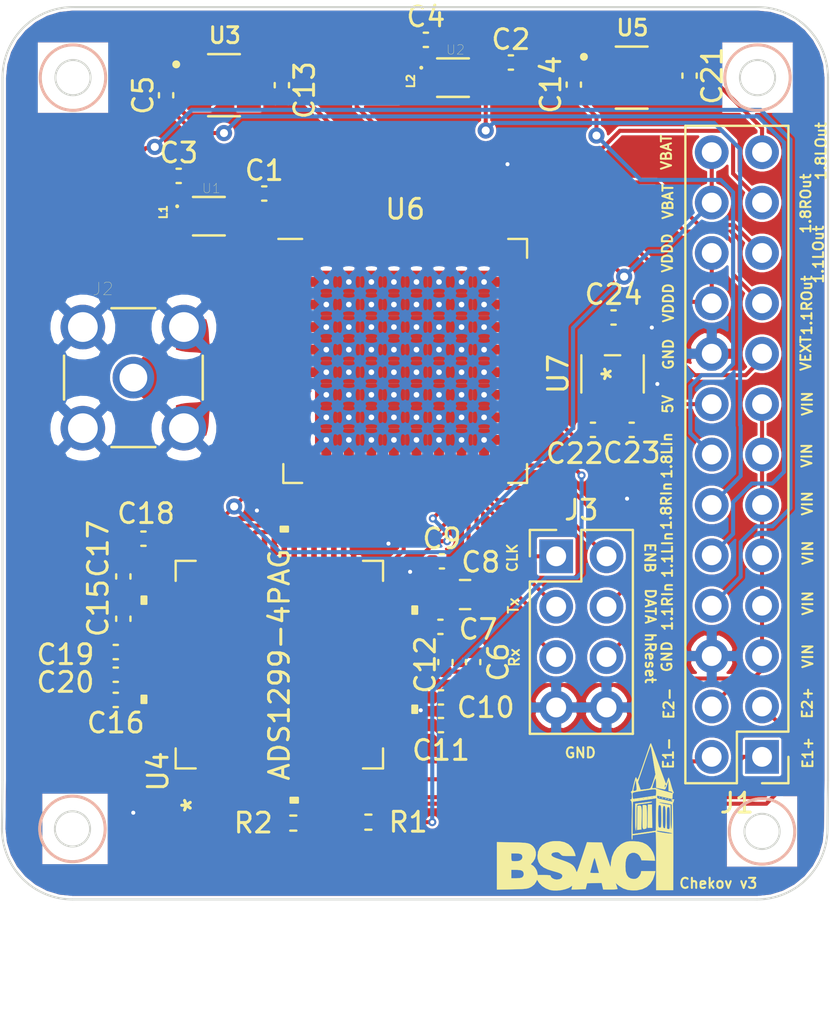
<source format=kicad_pcb>
(kicad_pcb (version 20171130) (host pcbnew "(5.1.10)-1")
  (layers (0 F.Cu mixed) (31 B.Cu mixed) (34 B.Paste user) (35 F.Paste user) (36 B.SilkS user) (37 F.SilkS user) (38 B.Mask user) (39 F.Mask user) (44 Edge.Cuts user))
  (net 0 "")
  (net 1 GND)
  (net 2 +VBAT)
  (net 3 +VDDD)
  (net 4 /RsTx)
  (net 5 /RsRx)
  (net 6 /GPIO10)
  (net 7 /GPIO9)
  (net 8 /GPIO13)
  (net 9 /GPIO14)
  (net 10 /GPIO15)
  (net 11 /GPIO12)
  (net 12 /GPIO11)
  (net 13 "Net-(L1-Pad2)")
  (net 14 "Net-(L2-Pad2)")
  (net 15 /Reg_In1.1)
  (net 16 /Reg_In1.8)
  (net 17 /Reg_Out1.1)
  (net 18 /Reg_Out1.8)
  (net 19 "Net-(C12-Pad1)")
  (net 20 "Net-(C7-Pad2)")
  (net 21 "Net-(C8-Pad2)")
  (net 22 "Net-(C9-Pad2)")
  (net 23 +VIN)
  (net 24 "Net-(C19-Pad1)")
  (net 25 /LDO_Out1.8)
  (net 26 /LDO_Out1.1)
  (net 27 /E2Minus)
  (net 28 /E2Plus)
  (net 29 /E1Minus)
  (net 30 /E1Plus)
  (net 31 /Antenna)
  (net 32 /hRESET)
  (net 33 /DATA)
  (net 34 /CLK)
  (net 35 /ENB)
  (net 36 /LDO_In1.1)
  (net 37 /LDO_In1.8)
  (net 38 /GPIO8)
  (net 39 /uV)
  (net 40 +VEXT)
  (net 41 /5V)
  (net 42 "Net-(C24-Pad2)")
  (net 43 "Net-(C24-Pad1)")
  (module Connector_PinHeader_2.54mm:PinHeader_2x13_P2.54mm_Vertical (layer F.Cu) (at 114.5286 88.5952 180)
    (fp_text reference J1 (at 1.27 -2.33) (layer F.SilkS))
    (fp_text value Conn_02x13_Odd_Even)
    (pad 26 thru_hole oval (at 2.54 30.48 180) (size 1.7 1.7) (drill 1) (layers *.Cu *.Mask) (net 2 +VBAT))
    (pad 25 thru_hole oval (at 0 30.48 180) (size 1.7 1.7) (drill 1) (layers *.Cu *.Mask) (net 25 /LDO_Out1.8))
    (pad 24 thru_hole oval (at 2.54 27.94 180) (size 1.7 1.7) (drill 1) (layers *.Cu *.Mask) (net 2 +VBAT))
    (pad 23 thru_hole oval (at 0 27.94 180) (size 1.7 1.7) (drill 1) (layers *.Cu *.Mask) (net 18 /Reg_Out1.8))
    (pad 22 thru_hole oval (at 2.54 25.4 180) (size 1.7 1.7) (drill 1) (layers *.Cu *.Mask) (net 3 +VDDD))
    (pad 21 thru_hole oval (at 0 25.4 180) (size 1.7 1.7) (drill 1) (layers *.Cu *.Mask) (net 26 /LDO_Out1.1))
    (pad 20 thru_hole oval (at 2.54 22.86 180) (size 1.7 1.7) (drill 1) (layers *.Cu *.Mask) (net 3 +VDDD))
    (pad 19 thru_hole oval (at 0 22.86 180) (size 1.7 1.7) (drill 1) (layers *.Cu *.Mask) (net 17 /Reg_Out1.1))
    (pad 18 thru_hole oval (at 2.54 20.32 180) (size 1.7 1.7) (drill 1) (layers *.Cu *.Mask) (net 1 GND))
    (pad 17 thru_hole oval (at 0 20.32 180) (size 1.7 1.7) (drill 1) (layers *.Cu *.Mask) (net 40 +VEXT))
    (pad 16 thru_hole oval (at 2.54 17.78 180) (size 1.7 1.7) (drill 1) (layers *.Cu *.Mask) (net 41 /5V))
    (pad 15 thru_hole oval (at 0 17.78 180) (size 1.7 1.7) (drill 1) (layers *.Cu *.Mask) (net 23 +VIN))
    (pad 14 thru_hole oval (at 2.54 15.24 180) (size 1.7 1.7) (drill 1) (layers *.Cu *.Mask) (net 37 /LDO_In1.8))
    (pad 13 thru_hole oval (at 0 15.24 180) (size 1.7 1.7) (drill 1) (layers *.Cu *.Mask) (net 23 +VIN))
    (pad 12 thru_hole oval (at 2.54 12.7 180) (size 1.7 1.7) (drill 1) (layers *.Cu *.Mask) (net 16 /Reg_In1.8))
    (pad 11 thru_hole oval (at 0 12.7 180) (size 1.7 1.7) (drill 1) (layers *.Cu *.Mask) (net 23 +VIN))
    (pad 10 thru_hole oval (at 2.54 10.16 180) (size 1.7 1.7) (drill 1) (layers *.Cu *.Mask) (net 36 /LDO_In1.1))
    (pad 9 thru_hole oval (at 0 10.16 180) (size 1.7 1.7) (drill 1) (layers *.Cu *.Mask) (net 23 +VIN))
    (pad 8 thru_hole oval (at 2.54 7.62 180) (size 1.7 1.7) (drill 1) (layers *.Cu *.Mask) (net 15 /Reg_In1.1))
    (pad 7 thru_hole oval (at 0 7.62 180) (size 1.7 1.7) (drill 1) (layers *.Cu *.Mask) (net 23 +VIN))
    (pad 6 thru_hole oval (at 2.54 5.08 180) (size 1.7 1.7) (drill 1) (layers *.Cu *.Mask) (net 1 GND))
    (pad 5 thru_hole oval (at 0 5.08 180) (size 1.7 1.7) (drill 1) (layers *.Cu *.Mask) (net 23 +VIN))
    (pad 4 thru_hole oval (at 2.54 2.54 180) (size 1.7 1.7) (drill 1) (layers *.Cu *.Mask) (net 27 /E2Minus))
    (pad 3 thru_hole oval (at 0 2.54 180) (size 1.7 1.7) (drill 1) (layers *.Cu *.Mask) (net 28 /E2Plus))
    (pad 2 thru_hole oval (at 2.54 0 180) (size 1.7 1.7) (drill 1) (layers *.Cu *.Mask) (net 29 /E1Minus))
    (pad 1 thru_hole rect (at 0 0 180) (size 1.7 1.7) (drill 1) (layers *.Cu *.Mask) (net 30 /E1Plus))
  )
  (module SCUM:BSAC (layer F.Cu) (at 105.6132 91.6432)
    (fp_text reference G*** hide)
    (fp_text value LOGO hide)
  )
  (module SCUM:LTC1517ES5-5-TRPBF (layer F.Cu) (at 106.9848 69.2912 90)
    (fp_text reference U7 (at 0 -2.7432 90) (layer F.SilkS))
    (fp_text value " " hide)
    (fp_text user * (at 0 0 90) (layer F.SilkS))
    (pad 5 smd oval (at 1.31 -0.950001 90) (size 1.2192 0.4572) (layers F.Cu F.Paste F.Mask) (net 43 "Net-(C24-Pad1)"))
    (pad 4 smd oval (at 1.31 0.950001 90) (size 1.2192 0.4572) (layers F.Cu F.Paste F.Mask) (net 42 "Net-(C24-Pad2)"))
    (pad 3 smd oval (at -1.31 0.950001 90) (size 1.2192 0.4572) (layers F.Cu F.Paste F.Mask) (net 41 /5V))
    (pad 2 smd oval (at -1.31 0 90) (size 1.2192 0.4572) (layers F.Cu F.Paste F.Mask) (net 1 GND))
    (pad 1 smd rect (at -1.31 -0.950001 90) (size 1.2192 0.4572) (layers F.Cu F.Paste F.Mask) (net 40 +VEXT))
  )
  (module Capacitor_SMD:C_0402_1005Metric (layer F.Cu) (at 107.0356 66.4464)
    (fp_text reference C24 (at 0 -1.16) (layer F.SilkS))
    (fp_text value 0.1u)
    (pad 2 smd roundrect (at 0.48 0) (size 0.56 0.62) (layers F.Cu F.Paste F.Mask) (net 42 "Net-(C24-Pad2)"))
    (pad 1 smd roundrect (at -0.48 0) (size 0.56 0.62) (layers F.Cu F.Paste F.Mask) (net 43 "Net-(C24-Pad1)"))
  )
  (module Capacitor_SMD:C_0402_1005Metric (layer F.Cu) (at 107.95 72.1106 180)
    (fp_text reference C23 (at 0 -1.16) (layer F.SilkS))
    (fp_text value 10u)
    (pad 2 smd roundrect (at 0.48 0 180) (size 0.56 0.62) (layers F.Cu F.Paste F.Mask) (net 1 GND))
    (pad 1 smd roundrect (at -0.48 0 180) (size 0.56 0.62) (layers F.Cu F.Paste F.Mask) (net 41 /5V))
  )
  (module Capacitor_SMD:C_0402_1005Metric (layer F.Cu) (at 105.9942 72.1106)
    (fp_text reference C22 (at -0.9144 1.1938) (layer F.SilkS))
    (fp_text value 3.3u)
    (pad 2 smd roundrect (at 0.48 0) (size 0.56 0.62) (layers F.Cu F.Paste F.Mask) (net 1 GND))
    (pad 1 smd roundrect (at -0.48 0) (size 0.56 0.62) (layers F.Cu F.Paste F.Mask) (net 40 +VEXT))
  )
  (module SCUM:QFN-100_EP_12x12_Pitch0.4mm_Margin0.25mm (layer F.Cu) (at 96.52 68.638)
    (fp_text reference U6 (at 0 -7.65) (layer F.SilkS))
    (fp_text value scum3)
    (pad 101 thru_hole circle (at 3.98125 3.98125) (size 0.56875 0.56875) (drill 0.284375) (layers *.Cu *.Mask) (net 1 GND))
    (pad 101 thru_hole circle (at 3.98125 2.84375) (size 0.56875 0.56875) (drill 0.284375) (layers *.Cu *.Mask) (net 1 GND))
    (pad 101 thru_hole circle (at 3.98125 1.70625) (size 0.56875 0.56875) (drill 0.284375) (layers *.Cu *.Mask) (net 1 GND))
    (pad 101 thru_hole circle (at 3.98125 0.56875) (size 0.56875 0.56875) (drill 0.284375) (layers *.Cu *.Mask) (net 1 GND))
    (pad 101 thru_hole circle (at 3.98125 -0.56875) (size 0.56875 0.56875) (drill 0.284375) (layers *.Cu *.Mask) (net 1 GND))
    (pad 101 thru_hole circle (at 3.98125 -1.70625) (size 0.56875 0.56875) (drill 0.284375) (layers *.Cu *.Mask) (net 1 GND))
    (pad 101 thru_hole circle (at 3.98125 -2.84375) (size 0.56875 0.56875) (drill 0.284375) (layers *.Cu *.Mask) (net 1 GND))
    (pad 101 thru_hole circle (at 3.98125 -3.98125) (size 0.56875 0.56875) (drill 0.284375) (layers *.Cu *.Mask) (net 1 GND))
    (pad 101 thru_hole circle (at 2.84375 3.98125) (size 0.56875 0.56875) (drill 0.284375) (layers *.Cu *.Mask) (net 1 GND))
    (pad 101 thru_hole circle (at 2.84375 2.84375) (size 0.56875 0.56875) (drill 0.284375) (layers *.Cu *.Mask) (net 1 GND))
    (pad 101 thru_hole circle (at 2.84375 1.70625) (size 0.56875 0.56875) (drill 0.284375) (layers *.Cu *.Mask) (net 1 GND))
    (pad 101 thru_hole circle (at 2.84375 0.56875) (size 0.56875 0.56875) (drill 0.284375) (layers *.Cu *.Mask) (net 1 GND))
    (pad 101 thru_hole circle (at 2.84375 -0.56875) (size 0.56875 0.56875) (drill 0.284375) (layers *.Cu *.Mask) (net 1 GND))
    (pad 101 thru_hole circle (at 2.84375 -1.70625) (size 0.56875 0.56875) (drill 0.284375) (layers *.Cu *.Mask) (net 1 GND))
    (pad 101 thru_hole circle (at 2.84375 -2.84375) (size 0.56875 0.56875) (drill 0.284375) (layers *.Cu *.Mask) (net 1 GND))
    (pad 101 thru_hole circle (at 2.84375 -3.98125) (size 0.56875 0.56875) (drill 0.284375) (layers *.Cu *.Mask) (net 1 GND))
    (pad 101 thru_hole circle (at 1.70625 3.98125) (size 0.56875 0.56875) (drill 0.284375) (layers *.Cu *.Mask) (net 1 GND))
    (pad 101 thru_hole circle (at 1.70625 2.84375) (size 0.56875 0.56875) (drill 0.284375) (layers *.Cu *.Mask) (net 1 GND))
    (pad 101 thru_hole circle (at 1.70625 1.70625) (size 0.56875 0.56875) (drill 0.284375) (layers *.Cu *.Mask) (net 1 GND))
    (pad 101 thru_hole circle (at 1.70625 0.56875) (size 0.56875 0.56875) (drill 0.284375) (layers *.Cu *.Mask) (net 1 GND))
    (pad 101 thru_hole circle (at 1.70625 -0.56875) (size 0.56875 0.56875) (drill 0.284375) (layers *.Cu *.Mask) (net 1 GND))
    (pad 101 thru_hole circle (at 1.70625 -1.70625) (size 0.56875 0.56875) (drill 0.284375) (layers *.Cu *.Mask) (net 1 GND))
    (pad 101 thru_hole circle (at 1.70625 -2.84375) (size 0.56875 0.56875) (drill 0.284375) (layers *.Cu *.Mask) (net 1 GND))
    (pad 101 thru_hole circle (at 1.70625 -3.98125) (size 0.56875 0.56875) (drill 0.284375) (layers *.Cu *.Mask) (net 1 GND))
    (pad 101 thru_hole circle (at 0.56875 3.98125) (size 0.56875 0.56875) (drill 0.284375) (layers *.Cu *.Mask) (net 1 GND))
    (pad 101 thru_hole circle (at 0.56875 2.84375) (size 0.56875 0.56875) (drill 0.284375) (layers *.Cu *.Mask) (net 1 GND))
    (pad 101 thru_hole circle (at 0.56875 1.70625) (size 0.56875 0.56875) (drill 0.284375) (layers *.Cu *.Mask) (net 1 GND))
    (pad 101 thru_hole circle (at 0.56875 0.56875) (size 0.56875 0.56875) (drill 0.284375) (layers *.Cu *.Mask) (net 1 GND))
    (pad 101 thru_hole circle (at 0.56875 -0.56875) (size 0.56875 0.56875) (drill 0.284375) (layers *.Cu *.Mask) (net 1 GND))
    (pad 101 thru_hole circle (at 0.56875 -1.70625) (size 0.56875 0.56875) (drill 0.284375) (layers *.Cu *.Mask) (net 1 GND))
    (pad 101 thru_hole circle (at 0.56875 -2.84375) (size 0.56875 0.56875) (drill 0.284375) (layers *.Cu *.Mask) (net 1 GND))
    (pad 101 thru_hole circle (at 0.56875 -3.98125) (size 0.56875 0.56875) (drill 0.284375) (layers *.Cu *.Mask) (net 1 GND))
    (pad 101 thru_hole circle (at -0.56875 3.98125) (size 0.56875 0.56875) (drill 0.284375) (layers *.Cu *.Mask) (net 1 GND))
    (pad 101 thru_hole circle (at -0.56875 2.84375) (size 0.56875 0.56875) (drill 0.284375) (layers *.Cu *.Mask) (net 1 GND))
    (pad 101 thru_hole circle (at -0.56875 1.70625) (size 0.56875 0.56875) (drill 0.284375) (layers *.Cu *.Mask) (net 1 GND))
    (pad 101 thru_hole circle (at -0.56875 0.56875) (size 0.56875 0.56875) (drill 0.284375) (layers *.Cu *.Mask) (net 1 GND))
    (pad 101 thru_hole circle (at -0.56875 -0.56875) (size 0.56875 0.56875) (drill 0.284375) (layers *.Cu *.Mask) (net 1 GND))
    (pad 101 thru_hole circle (at -0.56875 -1.70625) (size 0.56875 0.56875) (drill 0.284375) (layers *.Cu *.Mask) (net 1 GND))
    (pad 101 thru_hole circle (at -0.56875 -2.84375) (size 0.56875 0.56875) (drill 0.284375) (layers *.Cu *.Mask) (net 1 GND))
    (pad 101 thru_hole circle (at -0.56875 -3.98125) (size 0.56875 0.56875) (drill 0.284375) (layers *.Cu *.Mask) (net 1 GND))
    (pad 101 thru_hole circle (at -1.70625 3.98125) (size 0.56875 0.56875) (drill 0.284375) (layers *.Cu *.Mask) (net 1 GND))
    (pad 101 thru_hole circle (at -1.70625 2.84375) (size 0.56875 0.56875) (drill 0.284375) (layers *.Cu *.Mask) (net 1 GND))
    (pad 101 thru_hole circle (at -1.70625 1.70625) (size 0.56875 0.56875) (drill 0.284375) (layers *.Cu *.Mask) (net 1 GND))
    (pad 101 thru_hole circle (at -1.70625 0.56875) (size 0.56875 0.56875) (drill 0.284375) (layers *.Cu *.Mask) (net 1 GND))
    (pad 101 thru_hole circle (at -1.70625 -0.56875) (size 0.56875 0.56875) (drill 0.284375) (layers *.Cu *.Mask) (net 1 GND))
    (pad 101 thru_hole circle (at -1.70625 -1.70625) (size 0.56875 0.56875) (drill 0.284375) (layers *.Cu *.Mask) (net 1 GND))
    (pad 101 thru_hole circle (at -1.70625 -2.84375) (size 0.56875 0.56875) (drill 0.284375) (layers *.Cu *.Mask) (net 1 GND))
    (pad 101 thru_hole circle (at -1.70625 -3.98125) (size 0.56875 0.56875) (drill 0.284375) (layers *.Cu *.Mask) (net 1 GND))
    (pad 101 thru_hole circle (at -2.84375 3.98125) (size 0.56875 0.56875) (drill 0.284375) (layers *.Cu *.Mask) (net 1 GND))
    (pad 101 thru_hole circle (at -2.84375 2.84375) (size 0.56875 0.56875) (drill 0.284375) (layers *.Cu *.Mask) (net 1 GND))
    (pad 101 thru_hole circle (at -2.84375 1.70625) (size 0.56875 0.56875) (drill 0.284375) (layers *.Cu *.Mask) (net 1 GND))
    (pad 101 thru_hole circle (at -2.84375 0.56875) (size 0.56875 0.56875) (drill 0.284375) (layers *.Cu *.Mask) (net 1 GND))
    (pad 101 thru_hole circle (at -2.84375 -0.56875) (size 0.56875 0.56875) (drill 0.284375) (layers *.Cu *.Mask) (net 1 GND))
    (pad 101 thru_hole circle (at -2.84375 -1.70625) (size 0.56875 0.56875) (drill 0.284375) (layers *.Cu *.Mask) (net 1 GND))
    (pad 101 thru_hole circle (at -2.84375 -2.84375) (size 0.56875 0.56875) (drill 0.284375) (layers *.Cu *.Mask) (net 1 GND))
    (pad 101 thru_hole circle (at -2.84375 -3.98125) (size 0.56875 0.56875) (drill 0.284375) (layers *.Cu *.Mask) (net 1 GND))
    (pad 101 thru_hole circle (at -3.98125 3.98125) (size 0.56875 0.56875) (drill 0.284375) (layers *.Cu *.Mask) (net 1 GND))
    (pad 101 thru_hole circle (at -3.98125 2.84375) (size 0.56875 0.56875) (drill 0.284375) (layers *.Cu *.Mask) (net 1 GND))
    (pad 101 thru_hole circle (at -3.98125 1.70625) (size 0.56875 0.56875) (drill 0.284375) (layers *.Cu *.Mask) (net 1 GND))
    (pad 101 thru_hole circle (at -3.98125 0.56875) (size 0.56875 0.56875) (drill 0.284375) (layers *.Cu *.Mask) (net 1 GND))
    (pad 101 thru_hole circle (at -3.98125 -0.56875) (size 0.56875 0.56875) (drill 0.284375) (layers *.Cu *.Mask) (net 1 GND))
    (pad 101 thru_hole circle (at -3.98125 -1.70625) (size 0.56875 0.56875) (drill 0.284375) (layers *.Cu *.Mask) (net 1 GND))
    (pad 101 thru_hole circle (at -3.98125 -2.84375) (size 0.56875 0.56875) (drill 0.284375) (layers *.Cu *.Mask) (net 1 GND))
    (pad 101 thru_hole circle (at -3.98125 -3.98125) (size 0.56875 0.56875) (drill 0.284375) (layers *.Cu *.Mask) (net 1 GND))
    (pad 101 smd rect (at 3.98125 3.98125) (size 1.1375 1.1375) (layers F.Cu F.Paste F.Mask) (net 1 GND))
    (pad 101 smd rect (at 3.98125 2.84375) (size 1.1375 1.1375) (layers F.Cu F.Paste F.Mask) (net 1 GND))
    (pad 101 smd rect (at 3.98125 1.70625) (size 1.1375 1.1375) (layers F.Cu F.Paste F.Mask) (net 1 GND))
    (pad 101 smd rect (at 3.98125 0.56875) (size 1.1375 1.1375) (layers F.Cu F.Paste F.Mask) (net 1 GND))
    (pad 101 smd rect (at 3.98125 -0.56875) (size 1.1375 1.1375) (layers F.Cu F.Paste F.Mask) (net 1 GND))
    (pad 101 smd rect (at 3.98125 -1.70625) (size 1.1375 1.1375) (layers F.Cu F.Paste F.Mask) (net 1 GND))
    (pad 101 smd rect (at 3.98125 -2.84375) (size 1.1375 1.1375) (layers F.Cu F.Paste F.Mask) (net 1 GND))
    (pad 101 smd rect (at 3.98125 -3.98125) (size 1.1375 1.1375) (layers F.Cu F.Paste F.Mask) (net 1 GND))
    (pad 101 smd rect (at 2.84375 3.98125) (size 1.1375 1.1375) (layers F.Cu F.Paste F.Mask) (net 1 GND))
    (pad 101 smd rect (at 2.84375 2.84375) (size 1.1375 1.1375) (layers F.Cu F.Paste F.Mask) (net 1 GND))
    (pad 101 smd rect (at 2.84375 1.70625) (size 1.1375 1.1375) (layers F.Cu F.Paste F.Mask) (net 1 GND))
    (pad 101 smd rect (at 2.84375 0.56875) (size 1.1375 1.1375) (layers F.Cu F.Paste F.Mask) (net 1 GND))
    (pad 101 smd rect (at 2.84375 -0.56875) (size 1.1375 1.1375) (layers F.Cu F.Paste F.Mask) (net 1 GND))
    (pad 101 smd rect (at 2.84375 -1.70625) (size 1.1375 1.1375) (layers F.Cu F.Paste F.Mask) (net 1 GND))
    (pad 101 smd rect (at 2.84375 -2.84375) (size 1.1375 1.1375) (layers F.Cu F.Paste F.Mask) (net 1 GND))
    (pad 101 smd rect (at 2.84375 -3.98125) (size 1.1375 1.1375) (layers F.Cu F.Paste F.Mask) (net 1 GND))
    (pad 101 smd rect (at 1.70625 3.98125) (size 1.1375 1.1375) (layers F.Cu F.Paste F.Mask) (net 1 GND))
    (pad 101 smd rect (at 1.70625 2.84375) (size 1.1375 1.1375) (layers F.Cu F.Paste F.Mask) (net 1 GND))
    (pad 101 smd rect (at 1.70625 1.70625) (size 1.1375 1.1375) (layers F.Cu F.Paste F.Mask) (net 1 GND))
    (pad 101 smd rect (at 1.70625 0.56875) (size 1.1375 1.1375) (layers F.Cu F.Paste F.Mask) (net 1 GND))
    (pad 101 smd rect (at 1.70625 -0.56875) (size 1.1375 1.1375) (layers F.Cu F.Paste F.Mask) (net 1 GND))
    (pad 101 smd rect (at 1.70625 -1.70625) (size 1.1375 1.1375) (layers F.Cu F.Paste F.Mask) (net 1 GND))
    (pad 101 smd rect (at 1.70625 -2.84375) (size 1.1375 1.1375) (layers F.Cu F.Paste F.Mask) (net 1 GND))
    (pad 101 smd rect (at 1.70625 -3.98125) (size 1.1375 1.1375) (layers F.Cu F.Paste F.Mask) (net 1 GND))
    (pad 101 smd rect (at 0.56875 3.98125) (size 1.1375 1.1375) (layers F.Cu F.Paste F.Mask) (net 1 GND))
    (pad 101 smd rect (at 0.56875 2.84375) (size 1.1375 1.1375) (layers F.Cu F.Paste F.Mask) (net 1 GND))
    (pad 101 smd rect (at 0.56875 1.70625) (size 1.1375 1.1375) (layers F.Cu F.Paste F.Mask) (net 1 GND))
    (pad 101 smd rect (at 0.56875 0.56875) (size 1.1375 1.1375) (layers F.Cu F.Paste F.Mask) (net 1 GND))
    (pad 101 smd rect (at 0.56875 -0.56875) (size 1.1375 1.1375) (layers F.Cu F.Paste F.Mask) (net 1 GND))
    (pad 101 smd rect (at 0.56875 -1.70625) (size 1.1375 1.1375) (layers F.Cu F.Paste F.Mask) (net 1 GND))
    (pad 101 smd rect (at 0.56875 -2.84375) (size 1.1375 1.1375) (layers F.Cu F.Paste F.Mask) (net 1 GND))
    (pad 101 smd rect (at 0.56875 -3.98125) (size 1.1375 1.1375) (layers F.Cu F.Paste F.Mask) (net 1 GND))
    (pad 101 smd rect (at -0.56875 3.98125) (size 1.1375 1.1375) (layers F.Cu F.Paste F.Mask) (net 1 GND))
    (pad 101 smd rect (at -0.56875 2.84375) (size 1.1375 1.1375) (layers F.Cu F.Paste F.Mask) (net 1 GND))
    (pad 101 smd rect (at -0.56875 1.70625) (size 1.1375 1.1375) (layers F.Cu F.Paste F.Mask) (net 1 GND))
    (pad 101 smd rect (at -0.56875 0.56875) (size 1.1375 1.1375) (layers F.Cu F.Paste F.Mask) (net 1 GND))
    (pad 101 smd rect (at -0.56875 -0.56875) (size 1.1375 1.1375) (layers F.Cu F.Paste F.Mask) (net 1 GND))
    (pad 101 smd rect (at -0.56875 -1.70625) (size 1.1375 1.1375) (layers F.Cu F.Paste F.Mask) (net 1 GND))
    (pad 101 smd rect (at -0.56875 -2.84375) (size 1.1375 1.1375) (layers F.Cu F.Paste F.Mask) (net 1 GND))
    (pad 101 smd rect (at -0.56875 -3.98125) (size 1.1375 1.1375) (layers F.Cu F.Paste F.Mask) (net 1 GND))
    (pad 101 smd rect (at -1.70625 3.98125) (size 1.1375 1.1375) (layers F.Cu F.Paste F.Mask) (net 1 GND))
    (pad 101 smd rect (at -1.70625 2.84375) (size 1.1375 1.1375) (layers F.Cu F.Paste F.Mask) (net 1 GND))
    (pad 101 smd rect (at -1.70625 1.70625) (size 1.1375 1.1375) (layers F.Cu F.Paste F.Mask) (net 1 GND))
    (pad 101 smd rect (at -1.70625 0.56875) (size 1.1375 1.1375) (layers F.Cu F.Paste F.Mask) (net 1 GND))
    (pad 101 smd rect (at -1.70625 -0.56875) (size 1.1375 1.1375) (layers F.Cu F.Paste F.Mask) (net 1 GND))
    (pad 101 smd rect (at -1.70625 -1.70625) (size 1.1375 1.1375) (layers F.Cu F.Paste F.Mask) (net 1 GND))
    (pad 101 smd rect (at -1.70625 -2.84375) (size 1.1375 1.1375) (layers F.Cu F.Paste F.Mask) (net 1 GND))
    (pad 101 smd rect (at -1.70625 -3.98125) (size 1.1375 1.1375) (layers F.Cu F.Paste F.Mask) (net 1 GND))
    (pad 101 smd rect (at -2.84375 3.98125) (size 1.1375 1.1375) (layers F.Cu F.Paste F.Mask) (net 1 GND))
    (pad 101 smd rect (at -2.84375 2.84375) (size 1.1375 1.1375) (layers F.Cu F.Paste F.Mask) (net 1 GND))
    (pad 101 smd rect (at -2.84375 1.70625) (size 1.1375 1.1375) (layers F.Cu F.Paste F.Mask) (net 1 GND))
    (pad 101 smd rect (at -2.84375 0.56875) (size 1.1375 1.1375) (layers F.Cu F.Paste F.Mask) (net 1 GND))
    (pad 101 smd rect (at -2.84375 -0.56875) (size 1.1375 1.1375) (layers F.Cu F.Paste F.Mask) (net 1 GND))
    (pad 101 smd rect (at -2.84375 -1.70625) (size 1.1375 1.1375) (layers F.Cu F.Paste F.Mask) (net 1 GND))
    (pad 101 smd rect (at -2.84375 -2.84375) (size 1.1375 1.1375) (layers F.Cu F.Paste F.Mask) (net 1 GND))
    (pad 101 smd rect (at -2.84375 -3.98125) (size 1.1375 1.1375) (layers F.Cu F.Paste F.Mask) (net 1 GND))
    (pad 101 smd rect (at -3.98125 3.98125) (size 1.1375 1.1375) (layers F.Cu F.Paste F.Mask) (net 1 GND))
    (pad 101 smd rect (at -3.98125 2.84375) (size 1.1375 1.1375) (layers F.Cu F.Paste F.Mask) (net 1 GND))
    (pad 101 smd rect (at -3.98125 1.70625) (size 1.1375 1.1375) (layers F.Cu F.Paste F.Mask) (net 1 GND))
    (pad 101 smd rect (at -3.98125 0.56875) (size 1.1375 1.1375) (layers F.Cu F.Paste F.Mask) (net 1 GND))
    (pad 101 smd rect (at -3.98125 -0.56875) (size 1.1375 1.1375) (layers F.Cu F.Paste F.Mask) (net 1 GND))
    (pad 101 smd rect (at -3.98125 -1.70625) (size 1.1375 1.1375) (layers F.Cu F.Paste F.Mask) (net 1 GND))
    (pad 101 smd rect (at -3.98125 -2.84375) (size 1.1375 1.1375) (layers F.Cu F.Paste F.Mask) (net 1 GND))
    (pad 101 smd rect (at -3.98125 -3.98125) (size 1.1375 1.1375) (layers F.Cu F.Paste F.Mask) (net 1 GND))
    (pad 100 smd oval (at -4.8 -5.9) (size 0.2 0.8) (layers F.Cu F.Paste F.Mask))
    (pad 99 smd oval (at -4.4 -5.9) (size 0.2 0.8) (layers F.Cu F.Paste F.Mask))
    (pad 98 smd oval (at -4 -5.9) (size 0.2 0.8) (layers F.Cu F.Paste F.Mask))
    (pad 97 smd oval (at -3.6 -5.9) (size 0.2 0.8) (layers F.Cu F.Paste F.Mask))
    (pad 96 smd oval (at -3.2 -5.9) (size 0.2 0.8) (layers F.Cu F.Paste F.Mask))
    (pad 95 smd oval (at -2.8 -5.9) (size 0.2 0.8) (layers F.Cu F.Paste F.Mask))
    (pad 94 smd oval (at -2.4 -5.9) (size 0.2 0.8) (layers F.Cu F.Paste F.Mask))
    (pad 93 smd oval (at -2 -5.9) (size 0.2 0.8) (layers F.Cu F.Paste F.Mask))
    (pad 92 smd oval (at -1.6 -5.9) (size 0.2 0.8) (layers F.Cu F.Paste F.Mask))
    (pad 91 smd oval (at -1.2 -5.9) (size 0.2 0.8) (layers F.Cu F.Paste F.Mask))
    (pad 90 smd oval (at -0.8 -5.9) (size 0.2 0.8) (layers F.Cu F.Paste F.Mask) (net 3 +VDDD))
    (pad 89 smd oval (at -0.4 -5.9) (size 0.2 0.8) (layers F.Cu F.Paste F.Mask) (net 3 +VDDD))
    (pad 88 smd oval (at 0 -5.9) (size 0.2 0.8) (layers F.Cu F.Paste F.Mask))
    (pad 87 smd oval (at 0.4 -5.9) (size 0.2 0.8) (layers F.Cu F.Paste F.Mask))
    (pad 86 smd oval (at 0.8 -5.9) (size 0.2 0.8) (layers F.Cu F.Paste F.Mask))
    (pad 85 smd oval (at 1.2 -5.9) (size 0.2 0.8) (layers F.Cu F.Paste F.Mask))
    (pad 84 smd oval (at 1.6 -5.9) (size 0.2 0.8) (layers F.Cu F.Paste F.Mask))
    (pad 83 smd oval (at 2 -5.9) (size 0.2 0.8) (layers F.Cu F.Paste F.Mask))
    (pad 82 smd oval (at 2.4 -5.9) (size 0.2 0.8) (layers F.Cu F.Paste F.Mask))
    (pad 81 smd oval (at 2.8 -5.9) (size 0.2 0.8) (layers F.Cu F.Paste F.Mask))
    (pad 80 smd oval (at 3.2 -5.9) (size 0.2 0.8) (layers F.Cu F.Paste F.Mask))
    (pad 79 smd oval (at 3.6 -5.9) (size 0.2 0.8) (layers F.Cu F.Paste F.Mask))
    (pad 78 smd oval (at 4 -5.9) (size 0.2 0.8) (layers F.Cu F.Paste F.Mask))
    (pad 77 smd oval (at 4.4 -5.9) (size 0.2 0.8) (layers F.Cu F.Paste F.Mask))
    (pad 76 smd oval (at 4.8 -5.9) (size 0.2 0.8) (layers F.Cu F.Paste F.Mask))
    (pad 75 smd oval (at 5.9 -4.8 90) (size 0.2 0.8) (layers F.Cu F.Paste F.Mask))
    (pad 74 smd oval (at 5.9 -4.4 90) (size 0.2 0.8) (layers F.Cu F.Paste F.Mask))
    (pad 73 smd oval (at 5.9 -4 90) (size 0.2 0.8) (layers F.Cu F.Paste F.Mask))
    (pad 72 smd oval (at 5.9 -3.6 90) (size 0.2 0.8) (layers F.Cu F.Paste F.Mask))
    (pad 71 smd oval (at 5.9 -3.2 90) (size 0.2 0.8) (layers F.Cu F.Paste F.Mask))
    (pad 70 smd oval (at 5.9 -2.8 90) (size 0.2 0.8) (layers F.Cu F.Paste F.Mask))
    (pad 69 smd oval (at 5.9 -2.4 90) (size 0.2 0.8) (layers F.Cu F.Paste F.Mask) (net 1 GND))
    (pad 68 smd oval (at 5.9 -2 90) (size 0.2 0.8) (layers F.Cu F.Paste F.Mask))
    (pad 67 smd oval (at 5.9 -1.6 90) (size 0.2 0.8) (layers F.Cu F.Paste F.Mask))
    (pad 66 smd oval (at 5.9 -1.2 90) (size 0.2 0.8) (layers F.Cu F.Paste F.Mask))
    (pad 65 smd oval (at 5.9 -0.8 90) (size 0.2 0.8) (layers F.Cu F.Paste F.Mask))
    (pad 64 smd oval (at 5.9 -0.4 90) (size 0.2 0.8) (layers F.Cu F.Paste F.Mask))
    (pad 63 smd oval (at 5.9 0 90) (size 0.2 0.8) (layers F.Cu F.Paste F.Mask))
    (pad 62 smd oval (at 5.9 0.4 90) (size 0.2 0.8) (layers F.Cu F.Paste F.Mask) (net 2 +VBAT))
    (pad 61 smd oval (at 5.9 0.8 90) (size 0.2 0.8) (layers F.Cu F.Paste F.Mask))
    (pad 60 smd oval (at 5.9 1.2 90) (size 0.2 0.8) (layers F.Cu F.Paste F.Mask) (net 32 /hRESET))
    (pad 59 smd oval (at 5.9 1.6 90) (size 0.2 0.8) (layers F.Cu F.Paste F.Mask) (net 2 +VBAT))
    (pad 58 smd oval (at 5.9 2 90) (size 0.2 0.8) (layers F.Cu F.Paste F.Mask) (net 1 GND))
    (pad 57 smd oval (at 5.9 2.4 90) (size 0.2 0.8) (layers F.Cu F.Paste F.Mask))
    (pad 56 smd oval (at 5.9 2.8 90) (size 0.2 0.8) (layers F.Cu F.Paste F.Mask))
    (pad 55 smd oval (at 5.9 3.2 90) (size 0.2 0.8) (layers F.Cu F.Paste F.Mask) (net 1 GND))
    (pad 54 smd oval (at 5.9 3.6 90) (size 0.2 0.8) (layers F.Cu F.Paste F.Mask))
    (pad 53 smd oval (at 5.9 4 90) (size 0.2 0.8) (layers F.Cu F.Paste F.Mask))
    (pad 52 smd oval (at 5.9 4.4 90) (size 0.2 0.8) (layers F.Cu F.Paste F.Mask))
    (pad 51 smd oval (at 5.9 4.8 90) (size 0.2 0.8) (layers F.Cu F.Paste F.Mask))
    (pad 50 smd oval (at 4.8 5.9) (size 0.2 0.8) (layers F.Cu F.Paste F.Mask) (net 33 /DATA))
    (pad 49 smd oval (at 4.4 5.9) (size 0.2 0.8) (layers F.Cu F.Paste F.Mask) (net 35 /ENB))
    (pad 48 smd oval (at 4 5.9) (size 0.2 0.8) (layers F.Cu F.Paste F.Mask) (net 34 /CLK))
    (pad 47 smd oval (at 3.6 5.9) (size 0.2 0.8) (layers F.Cu F.Paste F.Mask) (net 4 /RsTx))
    (pad 46 smd oval (at 3.2 5.9) (size 0.2 0.8) (layers F.Cu F.Paste F.Mask) (net 5 /RsRx))
    (pad 45 smd oval (at 2.8 5.9) (size 0.2 0.8) (layers F.Cu F.Paste F.Mask) (net 1 GND))
    (pad 44 smd oval (at 2.4 5.9) (size 0.2 0.8) (layers F.Cu F.Paste F.Mask) (net 10 /GPIO15))
    (pad 43 smd oval (at 2 5.9) (size 0.2 0.8) (layers F.Cu F.Paste F.Mask) (net 9 /GPIO14))
    (pad 42 smd oval (at 1.6 5.9) (size 0.2 0.8) (layers F.Cu F.Paste F.Mask) (net 8 /GPIO13))
    (pad 41 smd oval (at 1.2 5.9) (size 0.2 0.8) (layers F.Cu F.Paste F.Mask) (net 11 /GPIO12))
    (pad 40 smd oval (at 0.8 5.9) (size 0.2 0.8) (layers F.Cu F.Paste F.Mask) (net 12 /GPIO11))
    (pad 39 smd oval (at 0.4 5.9) (size 0.2 0.8) (layers F.Cu F.Paste F.Mask) (net 6 /GPIO10))
    (pad 38 smd oval (at 0 5.9) (size 0.2 0.8) (layers F.Cu F.Paste F.Mask) (net 7 /GPIO9))
    (pad 37 smd oval (at -0.4 5.9) (size 0.2 0.8) (layers F.Cu F.Paste F.Mask) (net 38 /GPIO8))
    (pad 36 smd oval (at -0.8 5.9) (size 0.2 0.8) (layers F.Cu F.Paste F.Mask) (net 2 +VBAT))
    (pad 35 smd oval (at -1.2 5.9) (size 0.2 0.8) (layers F.Cu F.Paste F.Mask))
    (pad 34 smd oval (at -1.6 5.9) (size 0.2 0.8) (layers F.Cu F.Paste F.Mask))
    (pad 33 smd oval (at -2 5.9) (size 0.2 0.8) (layers F.Cu F.Paste F.Mask))
    (pad 32 smd oval (at -2.4 5.9) (size 0.2 0.8) (layers F.Cu F.Paste F.Mask))
    (pad 31 smd oval (at -2.8 5.9) (size 0.2 0.8) (layers F.Cu F.Paste F.Mask))
    (pad 30 smd oval (at -3.2 5.9) (size 0.2 0.8) (layers F.Cu F.Paste F.Mask))
    (pad 29 smd oval (at -3.6 5.9) (size 0.2 0.8) (layers F.Cu F.Paste F.Mask))
    (pad 28 smd oval (at -4 5.9) (size 0.2 0.8) (layers F.Cu F.Paste F.Mask))
    (pad 27 smd oval (at -4.4 5.9) (size 0.2 0.8) (layers F.Cu F.Paste F.Mask) (net 1 GND))
    (pad 26 smd oval (at -4.8 5.9) (size 0.2 0.8) (layers F.Cu F.Paste F.Mask) (net 2 +VBAT))
    (pad 25 smd oval (at -5.9 4.8 90) (size 0.2 0.8) (layers F.Cu F.Paste F.Mask))
    (pad 24 smd oval (at -5.9 4.4 90) (size 0.2 0.8) (layers F.Cu F.Paste F.Mask))
    (pad 23 smd oval (at -5.9 4 90) (size 0.2 0.8) (layers F.Cu F.Paste F.Mask))
    (pad 22 smd oval (at -5.9 3.6 90) (size 0.2 0.8) (layers F.Cu F.Paste F.Mask))
    (pad 21 smd oval (at -5.9 3.2 90) (size 0.2 0.8) (layers F.Cu F.Paste F.Mask))
    (pad 20 smd oval (at -5.9 2.8 90) (size 0.2 0.8) (layers F.Cu F.Paste F.Mask))
    (pad 19 smd oval (at -5.9 2.4 90) (size 0.2 0.8) (layers F.Cu F.Paste F.Mask))
    (pad 18 smd oval (at -5.9 2 90) (size 0.2 0.8) (layers F.Cu F.Paste F.Mask))
    (pad 17 smd oval (at -5.9 1.6 90) (size 0.2 0.8) (layers F.Cu F.Paste F.Mask) (net 2 +VBAT))
    (pad 16 smd oval (at -5.9 1.2 90) (size 0.2 0.8) (layers F.Cu F.Paste F.Mask) (net 1 GND))
    (pad 15 smd oval (at -5.9 0.8 90) (size 0.2 0.8) (layers F.Cu F.Paste F.Mask) (net 31 /Antenna))
    (pad 14 smd oval (at -5.9 0.4 90) (size 0.2 0.8) (layers F.Cu F.Paste F.Mask) (net 1 GND))
    (pad 13 smd oval (at -5.9 0 90) (size 0.2 0.8) (layers F.Cu F.Paste F.Mask))
    (pad 12 smd oval (at -5.9 -0.4 90) (size 0.2 0.8) (layers F.Cu F.Paste F.Mask))
    (pad 11 smd oval (at -5.9 -0.8 90) (size 0.2 0.8) (layers F.Cu F.Paste F.Mask) (net 1 GND))
    (pad 10 smd oval (at -5.9 -1.2 90) (size 0.2 0.8) (layers F.Cu F.Paste F.Mask))
    (pad 9 smd oval (at -5.9 -1.6 90) (size 0.2 0.8) (layers F.Cu F.Paste F.Mask))
    (pad 8 smd oval (at -5.9 -2 90) (size 0.2 0.8) (layers F.Cu F.Paste F.Mask))
    (pad 7 smd oval (at -5.9 -2.4 90) (size 0.2 0.8) (layers F.Cu F.Paste F.Mask))
    (pad 6 smd oval (at -5.9 -2.8 90) (size 0.2 0.8) (layers F.Cu F.Paste F.Mask))
    (pad 5 smd oval (at -5.9 -3.2 90) (size 0.2 0.8) (layers F.Cu F.Paste F.Mask) (net 1 GND))
    (pad 4 smd oval (at -5.9 -3.6 90) (size 0.2 0.8) (layers F.Cu F.Paste F.Mask) (net 2 +VBAT))
    (pad 3 smd oval (at -5.9 -4 90) (size 0.2 0.8) (layers F.Cu F.Paste F.Mask))
    (pad 2 smd oval (at -5.9 -4.4 90) (size 0.2 0.8) (layers F.Cu F.Paste F.Mask))
    (pad 1 smd oval (at -5.9 -4.8 90) (size 0.2 0.8) (layers F.Cu F.Paste F.Mask))
  )
  (module Resistor_SMD:R_0402_1005Metric (layer F.Cu) (at 90.87358 91.9353)
    (fp_text reference R2 (at -2.0193 -0.00762) (layer F.SilkS))
    (fp_text value 0.82)
    (pad 2 smd roundrect (at 0.51 0) (size 0.54 0.64) (layers F.Cu F.Paste F.Mask) (net 39 /uV))
    (pad 1 smd roundrect (at -0.51 0) (size 0.54 0.64) (layers F.Cu F.Paste F.Mask) (net 1 GND))
  )
  (module Resistor_SMD:R_0402_1005Metric (layer F.Cu) (at 94.66326 91.88704)
    (fp_text reference R1 (at 2.0066 0) (layer F.SilkS))
    (fp_text value 100k)
    (pad 2 smd roundrect (at 0.51 0) (size 0.54 0.64) (layers F.Cu F.Paste F.Mask) (net 38 /GPIO8))
    (pad 1 smd roundrect (at -0.51 0) (size 0.54 0.64) (layers F.Cu F.Paste F.Mask) (net 39 /uV))
  )
  (module Capacitor_SMD:C_0402_1005Metric (layer F.Cu) (at 97.564 52.451)
    (fp_text reference C4 (at 0 -1.16) (layer F.SilkS))
    (fp_text value "10 uF")
    (pad 2 smd roundrect (at 0.48 0) (size 0.56 0.62) (layers F.Cu F.Paste F.Mask) (net 1 GND))
    (pad 1 smd roundrect (at -0.48 0) (size 0.56 0.62) (layers F.Cu F.Paste F.Mask) (net 18 /Reg_Out1.8))
  )
  (module Capacitor_SMD:C_0805_2012Metric (layer F.Cu) (at 99.5426 80.41386 180)
    (fp_text reference C8 (at -0.78994 1.63068) (layer F.SilkS))
    (fp_text value 100u)
    (pad 2 smd roundrect (at 0.95 0 180) (size 1 1.45) (layers F.Cu F.Paste F.Mask) (net 21 "Net-(C8-Pad2)"))
    (pad 1 smd roundrect (at -0.95 0 180) (size 1 1.45) (layers F.Cu F.Paste F.Mask) (net 1 GND))
  )
  (module Connector_PinHeader_2.54mm:PinHeader_2x04_P2.54mm_Vertical (layer F.Cu) (at 104.14 78.486)
    (fp_text reference J3 (at 1.27 -2.33) (layer F.SilkS))
    (fp_text value Conn_02x04_Odd_Even)
    (pad 8 thru_hole oval (at 2.54 7.62) (size 1.7 1.7) (drill 1) (layers *.Cu *.Mask) (net 1 GND))
    (pad 7 thru_hole oval (at 0 7.62) (size 1.7 1.7) (drill 1) (layers *.Cu *.Mask) (net 1 GND))
    (pad 6 thru_hole oval (at 2.54 5.08) (size 1.7 1.7) (drill 1) (layers *.Cu *.Mask) (net 32 /hRESET))
    (pad 5 thru_hole oval (at 0 5.08) (size 1.7 1.7) (drill 1) (layers *.Cu *.Mask) (net 5 /RsRx))
    (pad 4 thru_hole oval (at 2.54 2.54) (size 1.7 1.7) (drill 1) (layers *.Cu *.Mask) (net 33 /DATA))
    (pad 3 thru_hole oval (at 0 2.54) (size 1.7 1.7) (drill 1) (layers *.Cu *.Mask) (net 4 /RsTx))
    (pad 2 thru_hole oval (at 2.54 0) (size 1.7 1.7) (drill 1) (layers *.Cu *.Mask) (net 35 /ENB))
    (pad 1 thru_hole rect (at 0 0) (size 1.7 1.7) (drill 1) (layers *.Cu *.Mask) (net 34 /CLK))
  )
  (module downloaded_libs:SOT95P280X145-5N (layer F.Cu) (at 107.95 54.356)
    (fp_text reference U5 (at 0.04 -2.508) (layer F.SilkS) (effects (font (size 0.8 0.8))))
    (fp_text value TPS7A0518PDBVT)
    (pad 5 smd roundrect (at 1.255 -0.95) (size 1.21 0.59) (layers F.Cu F.Paste F.Mask) (roundrect_rratio 0.07000000000000001) (net 25 /LDO_Out1.8))
    (pad 4 smd roundrect (at 1.255 0.95) (size 1.21 0.59) (layers F.Cu F.Paste F.Mask) (roundrect_rratio 0.07000000000000001))
    (pad 3 smd roundrect (at -1.255 0.95) (size 1.21 0.59) (layers F.Cu F.Paste F.Mask) (roundrect_rratio 0.07000000000000001) (net 37 /LDO_In1.8))
    (pad 2 smd roundrect (at -1.255 0) (size 1.21 0.59) (layers F.Cu F.Paste F.Mask) (roundrect_rratio 0.07000000000000001) (net 1 GND))
    (pad 1 smd roundrect (at -1.255 -0.95) (size 1.21 0.59) (layers F.Cu F.Paste F.Mask) (roundrect_rratio 0.07000000000000001) (net 37 /LDO_In1.8))
  )
  (module downloaded_libs:ADS1299-4PAG (layer F.Cu) (at 90.17 83.947 90)
    (fp_text reference U4 (at -5.3848 -6.1214 90) (layer F.SilkS))
    (fp_text value ADS1299-4PAG (at 0 0 90) (layer F.SilkS))
    (fp_text user * (at -7.0866 -4.381 90) (layer F.SilkS))
    (fp_text user * (at -7.0866 -4.381 90) (layer F.SilkS))
    (pad 64 smd rect (at -3.75 -5.7785 90) (size 0.2794 1.3462) (layers F.Cu F.Paste F.Mask))
    (pad 63 smd rect (at -3.250001 -5.7785 90) (size 0.2794 1.3462) (layers F.Cu F.Paste F.Mask))
    (pad 62 smd rect (at -2.75 -5.7785 90) (size 0.2794 1.3462) (layers F.Cu F.Paste F.Mask))
    (pad 61 smd rect (at -2.250001 -5.7785 90) (size 0.2794 1.3462) (layers F.Cu F.Paste F.Mask))
    (pad 60 smd rect (at -1.749999 -5.7785 90) (size 0.2794 1.3462) (layers F.Cu F.Paste F.Mask))
    (pad 59 smd rect (at -1.25 -5.7785 90) (size 0.2794 1.3462) (layers F.Cu F.Paste F.Mask) (net 23 +VIN))
    (pad 58 smd rect (at -0.750001 -5.7785 90) (size 0.2794 1.3462) (layers F.Cu F.Paste F.Mask) (net 1 GND))
    (pad 57 smd rect (at -0.25 -5.7785 90) (size 0.2794 1.3462) (layers F.Cu F.Paste F.Mask) (net 1 GND))
    (pad 56 smd rect (at 0.25 -5.7785 90) (size 0.2794 1.3462) (layers F.Cu F.Paste F.Mask) (net 23 +VIN))
    (pad 55 smd rect (at 0.750001 -5.7785 90) (size 0.2794 1.3462) (layers F.Cu F.Paste F.Mask) (net 24 "Net-(C19-Pad1)"))
    (pad 54 smd rect (at 1.25 -5.7785 90) (size 0.2794 1.3462) (layers F.Cu F.Paste F.Mask) (net 23 +VIN))
    (pad 53 smd rect (at 1.749999 -5.7785 90) (size 0.2794 1.3462) (layers F.Cu F.Paste F.Mask) (net 1 GND))
    (pad 52 smd rect (at 2.250001 -5.7785 90) (size 0.2794 1.3462) (layers F.Cu F.Paste F.Mask) (net 2 +VBAT))
    (pad 51 smd rect (at 2.75 -5.7785 90) (size 0.2794 1.3462) (layers F.Cu F.Paste F.Mask) (net 1 GND))
    (pad 50 smd rect (at 3.250001 -5.7785 90) (size 0.2794 1.3462) (layers F.Cu F.Paste F.Mask) (net 2 +VBAT))
    (pad 49 smd rect (at 3.75 -5.7785 90) (size 0.2794 1.3462) (layers F.Cu F.Paste F.Mask) (net 1 GND))
    (pad 48 smd rect (at 5.7785 -3.75 180) (size 0.2794 1.3462) (layers F.Cu F.Paste F.Mask) (net 2 +VBAT))
    (pad 47 smd rect (at 5.7785 -3.250001 180) (size 0.2794 1.3462) (layers F.Cu F.Paste F.Mask) (net 7 /GPIO9))
    (pad 46 smd rect (at 5.7785 -2.75 180) (size 0.2794 1.3462) (layers F.Cu F.Paste F.Mask))
    (pad 45 smd rect (at 5.7785 -2.250001 180) (size 0.2794 1.3462) (layers F.Cu F.Paste F.Mask))
    (pad 44 smd rect (at 5.7785 -1.749999 180) (size 0.2794 1.3462) (layers F.Cu F.Paste F.Mask))
    (pad 43 smd rect (at 5.7785 -1.25 180) (size 0.2794 1.3462) (layers F.Cu F.Paste F.Mask) (net 6 /GPIO10))
    (pad 42 smd rect (at 5.7785 -0.750001 180) (size 0.2794 1.3462) (layers F.Cu F.Paste F.Mask))
    (pad 41 smd rect (at 5.7785 -0.25 180) (size 0.2794 1.3462) (layers F.Cu F.Paste F.Mask) (net 1 GND))
    (pad 40 smd rect (at 5.7785 0.25 180) (size 0.2794 1.3462) (layers F.Cu F.Paste F.Mask) (net 12 /GPIO11))
    (pad 39 smd rect (at 5.7785 0.750001 180) (size 0.2794 1.3462) (layers F.Cu F.Paste F.Mask) (net 11 /GPIO12))
    (pad 38 smd rect (at 5.7785 1.25 180) (size 0.2794 1.3462) (layers F.Cu F.Paste F.Mask) (net 8 /GPIO13))
    (pad 37 smd rect (at 5.7785 1.749999 180) (size 0.2794 1.3462) (layers F.Cu F.Paste F.Mask))
    (pad 36 smd rect (at 5.7785 2.250001 180) (size 0.2794 1.3462) (layers F.Cu F.Paste F.Mask) (net 9 /GPIO14))
    (pad 35 smd rect (at 5.7785 2.75 180) (size 0.2794 1.3462) (layers F.Cu F.Paste F.Mask) (net 9 /GPIO14))
    (pad 34 smd rect (at 5.7785 3.250001 180) (size 0.2794 1.3462) (layers F.Cu F.Paste F.Mask) (net 10 /GPIO15))
    (pad 33 smd rect (at 5.7785 3.75 180) (size 0.2794 1.3462) (layers F.Cu F.Paste F.Mask) (net 1 GND))
    (pad 32 smd rect (at 3.75 5.7785 90) (size 0.2794 1.3462) (layers F.Cu F.Paste F.Mask) (net 1 GND))
    (pad 31 smd rect (at 3.250001 5.7785 90) (size 0.2794 1.3462) (layers F.Cu F.Paste F.Mask) (net 1 GND))
    (pad 30 smd rect (at 2.75 5.7785 90) (size 0.2794 1.3462) (layers F.Cu F.Paste F.Mask) (net 22 "Net-(C9-Pad2)"))
    (pad 29 smd rect (at 2.250001 5.7785 90) (size 0.2794 1.3462) (layers F.Cu F.Paste F.Mask))
    (pad 28 smd rect (at 1.749999 5.7785 90) (size 0.2794 1.3462) (layers F.Cu F.Paste F.Mask) (net 21 "Net-(C8-Pad2)"))
    (pad 27 smd rect (at 1.25 5.7785 90) (size 0.2794 1.3462) (layers F.Cu F.Paste F.Mask))
    (pad 26 smd rect (at 0.750001 5.7785 90) (size 0.2794 1.3462) (layers F.Cu F.Paste F.Mask) (net 20 "Net-(C7-Pad2)"))
    (pad 25 smd rect (at 0.25 5.7785 90) (size 0.2794 1.3462) (layers F.Cu F.Paste F.Mask) (net 1 GND))
    (pad 24 smd rect (at -0.25 5.7785 90) (size 0.2794 1.3462) (layers F.Cu F.Paste F.Mask) (net 19 "Net-(C12-Pad1)"))
    (pad 23 smd rect (at -0.750001 5.7785 90) (size 0.2794 1.3462) (layers F.Cu F.Paste F.Mask) (net 1 GND))
    (pad 22 smd rect (at -1.25 5.7785 90) (size 0.2794 1.3462) (layers F.Cu F.Paste F.Mask) (net 23 +VIN))
    (pad 21 smd rect (at -1.749999 5.7785 90) (size 0.2794 1.3462) (layers F.Cu F.Paste F.Mask) (net 23 +VIN))
    (pad 20 smd rect (at -2.250001 5.7785 90) (size 0.2794 1.3462) (layers F.Cu F.Paste F.Mask) (net 1 GND))
    (pad 19 smd rect (at -2.75 5.7785 90) (size 0.2794 1.3462) (layers F.Cu F.Paste F.Mask) (net 23 +VIN))
    (pad 18 smd rect (at -3.250001 5.7785 90) (size 0.2794 1.3462) (layers F.Cu F.Paste F.Mask) (net 23 +VIN))
    (pad 17 smd rect (at -3.75 5.7785 90) (size 0.2794 1.3462) (layers F.Cu F.Paste F.Mask) (net 23 +VIN))
    (pad 16 smd rect (at -5.7785 3.75 180) (size 0.2794 1.3462) (layers F.Cu F.Paste F.Mask) (net 30 /E1Plus))
    (pad 15 smd rect (at -5.7785 3.250001 180) (size 0.2794 1.3462) (layers F.Cu F.Paste F.Mask) (net 29 /E1Minus))
    (pad 14 smd rect (at -5.7785 2.75 180) (size 0.2794 1.3462) (layers F.Cu F.Paste F.Mask) (net 28 /E2Plus))
    (pad 13 smd rect (at -5.7785 2.250001 180) (size 0.2794 1.3462) (layers F.Cu F.Paste F.Mask) (net 27 /E2Minus))
    (pad 12 smd rect (at -5.7785 1.749999 180) (size 0.2794 1.3462) (layers F.Cu F.Paste F.Mask) (net 39 /uV))
    (pad 11 smd rect (at -5.7785 1.25 180) (size 0.2794 1.3462) (layers F.Cu F.Paste F.Mask) (net 1 GND))
    (pad 10 smd rect (at -5.7785 0.750001 180) (size 0.2794 1.3462) (layers F.Cu F.Paste F.Mask))
    (pad 9 smd rect (at -5.7785 0.25 180) (size 0.2794 1.3462) (layers F.Cu F.Paste F.Mask))
    (pad 8 smd rect (at -5.7785 -0.25 180) (size 0.2794 1.3462) (layers F.Cu F.Paste F.Mask))
    (pad 7 smd rect (at -5.7785 -0.750001 180) (size 0.2794 1.3462) (layers F.Cu F.Paste F.Mask))
    (pad 6 smd rect (at -5.7785 -1.25 180) (size 0.2794 1.3462) (layers F.Cu F.Paste F.Mask))
    (pad 5 smd rect (at -5.7785 -1.749999 180) (size 0.2794 1.3462) (layers F.Cu F.Paste F.Mask))
    (pad 4 smd rect (at -5.7785 -2.250001 180) (size 0.2794 1.3462) (layers F.Cu F.Paste F.Mask))
    (pad 3 smd rect (at -5.7785 -2.75 180) (size 0.2794 1.3462) (layers F.Cu F.Paste F.Mask))
    (pad 2 smd rect (at -5.7785 -3.250001 180) (size 0.2794 1.3462) (layers F.Cu F.Paste F.Mask))
    (pad 1 smd rect (at -5.7785 -3.75 180) (size 0.2794 1.3462) (layers F.Cu F.Paste F.Mask))
  )
  (module downloaded_libs:SOT95P280X145-5N (layer F.Cu) (at 87.376 54.737)
    (fp_text reference U3 (at 0.04 -2.508) (layer F.SilkS) (effects (font (size 0.8 0.8))))
    (fp_text value TLV70311DBVR)
    (pad 5 smd roundrect (at 1.255 -0.95) (size 1.21 0.59) (layers F.Cu F.Paste F.Mask) (roundrect_rratio 0.07000000000000001) (net 26 /LDO_Out1.1))
    (pad 4 smd roundrect (at 1.255 0.95) (size 1.21 0.59) (layers F.Cu F.Paste F.Mask) (roundrect_rratio 0.07000000000000001))
    (pad 3 smd roundrect (at -1.255 0.95) (size 1.21 0.59) (layers F.Cu F.Paste F.Mask) (roundrect_rratio 0.07000000000000001) (net 36 /LDO_In1.1))
    (pad 2 smd roundrect (at -1.255 0) (size 1.21 0.59) (layers F.Cu F.Paste F.Mask) (roundrect_rratio 0.07000000000000001) (net 1 GND))
    (pad 1 smd roundrect (at -1.255 -0.95) (size 1.21 0.59) (layers F.Cu F.Paste F.Mask) (roundrect_rratio 0.07000000000000001) (net 36 /LDO_In1.1))
  )
  (module downloaded_libs:SOFL50P180X50-6N (layer F.Cu) (at 98.933 54.356)
    (fp_text reference U2 (at 0.124 -1.4048) (layer F.SilkS) (effects (font (size 0.48 0.48) (thickness 0.015))))
    (fp_text value S-85S1AB18-I6T1U)
    (pad 6 smd rect (at 0.9 -0.5) (size 0.5 0.3) (layers F.Cu F.Paste F.Mask) (net 16 /Reg_In1.8))
    (pad 5 smd rect (at 0.9 0) (size 0.5 0.3) (layers F.Cu F.Paste F.Mask) (net 16 /Reg_In1.8))
    (pad 4 smd rect (at 0.9 0.5) (size 0.5 0.3) (layers F.Cu F.Paste F.Mask) (net 1 GND))
    (pad 3 smd rect (at -0.9 0.5) (size 0.5 0.3) (layers F.Cu F.Paste F.Mask) (net 14 "Net-(L2-Pad2)"))
    (pad 2 smd rect (at -0.9 0) (size 0.5 0.3) (layers F.Cu F.Paste F.Mask) (net 1 GND))
    (pad 1 smd rect (at -0.9 -0.5) (size 0.5 0.3) (layers F.Cu F.Paste F.Mask) (net 18 /Reg_Out1.8))
  )
  (module downloaded_libs:SOFL50P180X50-6N (layer F.Cu) (at 86.614 61.341)
    (fp_text reference U1 (at 0.124 -1.4048) (layer F.SilkS) (effects (font (size 0.48 0.48) (thickness 0.015))))
    (fp_text value S-85S1AB10-I6T1U)
    (pad 6 smd rect (at 0.9 -0.5) (size 0.5 0.3) (layers F.Cu F.Paste F.Mask) (net 15 /Reg_In1.1))
    (pad 5 smd rect (at 0.9 0) (size 0.5 0.3) (layers F.Cu F.Paste F.Mask) (net 15 /Reg_In1.1))
    (pad 4 smd rect (at 0.9 0.5) (size 0.5 0.3) (layers F.Cu F.Paste F.Mask) (net 1 GND))
    (pad 3 smd rect (at -0.9 0.5) (size 0.5 0.3) (layers F.Cu F.Paste F.Mask) (net 13 "Net-(L1-Pad2)"))
    (pad 2 smd rect (at -0.9 0) (size 0.5 0.3) (layers F.Cu F.Paste F.Mask) (net 1 GND))
    (pad 1 smd rect (at -0.9 -0.5) (size 0.5 0.3) (layers F.Cu F.Paste F.Mask) (net 17 /Reg_Out1.1))
  )
  (module downloaded_libs:IND_74438343022 (layer F.Cu) (at 95.25 54.483 270)
    (fp_text reference L2 (at 0.05 -1.55 90) (layer F.SilkS) (effects (font (size 0.393701 0.393701))))
    (fp_text value "2.2 uH")
    (pad 2 smd rect (at 0.725 0 270) (size 0.85 1.9) (layers F.Cu F.Paste F.Mask) (net 14 "Net-(L2-Pad2)"))
    (pad 1 smd rect (at -0.725 0 270) (size 0.85 1.9) (layers F.Cu F.Paste F.Mask) (net 18 /Reg_Out1.8))
  )
  (module downloaded_libs:IND_74438343022 (layer F.Cu) (at 82.767 61.087 270)
    (fp_text reference L1 (at 0.05 -1.55 90) (layer F.SilkS) (effects (font (size 0.393701 0.393701))))
    (fp_text value "2.2 uH")
    (pad 2 smd rect (at 0.725 0 270) (size 0.85 1.9) (layers F.Cu F.Paste F.Mask) (net 13 "Net-(L1-Pad2)"))
    (pad 1 smd rect (at -0.725 0 270) (size 0.85 1.9) (layers F.Cu F.Paste F.Mask) (net 17 /Reg_Out1.1))
  )
  (module downloaded_libs:LINX_CONSMA001-G (layer F.Cu) (at 82.804 69.479)
    (fp_text reference J2 (at -1.533 -4.4714) (layer F.SilkS) (effects (font (size 0.64 0.64) (thickness 0.015))))
    (fp_text value CONSMA001-G-CONSMA001-G)
    (pad S4 thru_hole circle (at 2.55 -2.55) (size 2.25 2.25) (drill 1.5) (layers *.Cu *.Mask) (net 1 GND))
    (pad S3 thru_hole circle (at 2.55 2.55) (size 2.25 2.25) (drill 1.5) (layers *.Cu *.Mask) (net 1 GND))
    (pad S2 thru_hole circle (at -2.55 2.55) (size 2.25 2.25) (drill 1.5) (layers *.Cu *.Mask) (net 1 GND))
    (pad S1 thru_hole circle (at -2.55 -2.55) (size 2.25 2.25) (drill 1.5) (layers *.Cu *.Mask) (net 1 GND))
    (pad 1 thru_hole circle (at 0 0) (size 2.1 2.1) (drill 1.4) (layers *.Cu *.Mask) (net 31 /Antenna))
  )
  (module Capacitor_SMD:C_0402_1005Metric (layer F.Cu) (at 110.871 54.257 90)
    (fp_text reference C21 (at 0 1.143 90) (layer F.SilkS))
    (fp_text value 1u)
    (pad 2 smd roundrect (at 0.48 0 90) (size 0.56 0.62) (layers F.Cu F.Paste F.Mask) (net 25 /LDO_Out1.8))
    (pad 1 smd roundrect (at -0.48 0 90) (size 0.56 0.62) (layers F.Cu F.Paste F.Mask) (net 1 GND))
  )
  (module Capacitor_SMD:C_0402_1005Metric (layer F.Cu) (at 81.915 84.455 180)
    (fp_text reference C20 (at 2.54 -0.381) (layer F.SilkS))
    (fp_text value 1u)
    (pad 2 smd roundrect (at 0.48 0 180) (size 0.56 0.62) (layers F.Cu F.Paste F.Mask) (net 1 GND))
    (pad 1 smd roundrect (at -0.48 0 180) (size 0.56 0.62) (layers F.Cu F.Paste F.Mask) (net 24 "Net-(C19-Pad1)"))
  )
  (module Capacitor_SMD:C_0402_1005Metric (layer F.Cu) (at 81.915 83.312 180)
    (fp_text reference C19 (at 2.54 -0.127) (layer F.SilkS))
    (fp_text value 0.1u)
    (pad 2 smd roundrect (at 0.48 0 180) (size 0.56 0.62) (layers F.Cu F.Paste F.Mask) (net 1 GND))
    (pad 1 smd roundrect (at -0.48 0 180) (size 0.56 0.62) (layers F.Cu F.Paste F.Mask) (net 24 "Net-(C19-Pad1)"))
  )
  (module Capacitor_SMD:C_0402_1005Metric (layer F.Cu) (at 83.312 77.597 180)
    (fp_text reference C18 (at -0.127 1.27) (layer F.SilkS))
    (fp_text value 1u)
    (pad 2 smd roundrect (at 0.48 0 180) (size 0.56 0.62) (layers F.Cu F.Paste F.Mask) (net 1 GND))
    (pad 1 smd roundrect (at -0.48 0 180) (size 0.56 0.62) (layers F.Cu F.Paste F.Mask) (net 2 +VBAT))
  )
  (module Capacitor_SMD:C_0402_1005Metric (layer F.Cu) (at 82.296 79.502 270)
    (fp_text reference C17 (at -1.397 1.27 90) (layer F.SilkS))
    (fp_text value 1u)
    (pad 2 smd roundrect (at 0.48 0 270) (size 0.56 0.62) (layers F.Cu F.Paste F.Mask) (net 1 GND))
    (pad 1 smd roundrect (at -0.48 0 270) (size 0.56 0.62) (layers F.Cu F.Paste F.Mask) (net 2 +VBAT))
  )
  (module Capacitor_SMD:C_0402_1005Metric (layer F.Cu) (at 81.915 85.725 180)
    (fp_text reference C16 (at 0 -1.16) (layer F.SilkS))
    (fp_text value 1u)
    (pad 2 smd roundrect (at 0.48 0 180) (size 0.56 0.62) (layers F.Cu F.Paste F.Mask) (net 1 GND))
    (pad 1 smd roundrect (at -0.48 0 180) (size 0.56 0.62) (layers F.Cu F.Paste F.Mask) (net 23 +VIN))
  )
  (module Capacitor_SMD:C_0402_1005Metric (layer F.Cu) (at 82.296 81.633 90)
    (fp_text reference C15 (at 0.536 -1.27 90) (layer F.SilkS))
    (fp_text value 1u)
    (pad 2 smd roundrect (at 0.48 0 90) (size 0.56 0.62) (layers F.Cu F.Paste F.Mask) (net 1 GND))
    (pad 1 smd roundrect (at -0.48 0 90) (size 0.56 0.62) (layers F.Cu F.Paste F.Mask) (net 23 +VIN))
  )
  (module Capacitor_SMD:C_0402_1005Metric (layer F.Cu) (at 105.029 54.709 90)
    (fp_text reference C14 (at 0 -1.16 90) (layer F.SilkS))
    (fp_text value 1u)
    (pad 2 smd roundrect (at 0.48 0 90) (size 0.56 0.62) (layers F.Cu F.Paste F.Mask) (net 1 GND))
    (pad 1 smd roundrect (at -0.48 0 90) (size 0.56 0.62) (layers F.Cu F.Paste F.Mask) (net 37 /LDO_In1.8))
  )
  (module Capacitor_SMD:C_0402_1005Metric (layer F.Cu) (at 90.297 54.737 90)
    (fp_text reference C13 (at -0.254 1.143 90) (layer F.SilkS))
    (fp_text value 1u)
    (pad 2 smd roundrect (at 0.48 0 90) (size 0.56 0.62) (layers F.Cu F.Paste F.Mask) (net 26 /LDO_Out1.1))
    (pad 1 smd roundrect (at -0.48 0 90) (size 0.56 0.62) (layers F.Cu F.Paste F.Mask) (net 1 GND))
  )
  (module Capacitor_SMD:C_0402_1005Metric (layer F.Cu) (at 98.552 83.82 90)
    (fp_text reference C12 (at -0.127 -1.016 270) (layer F.SilkS))
    (fp_text value 0.1u)
    (pad 2 smd roundrect (at 0.48 0 90) (size 0.56 0.62) (layers F.Cu F.Paste F.Mask) (net 1 GND))
    (pad 1 smd roundrect (at -0.48 0 90) (size 0.56 0.62) (layers F.Cu F.Paste F.Mask) (net 19 "Net-(C12-Pad1)"))
  )
  (module Capacitor_SMD:C_0402_1005Metric (layer F.Cu) (at 98.326 86.995)
    (fp_text reference C11 (at 0 1.27) (layer F.SilkS))
    (fp_text value 1u)
    (pad 2 smd roundrect (at 0.48 0) (size 0.56 0.62) (layers F.Cu F.Paste F.Mask) (net 1 GND))
    (pad 1 smd roundrect (at -0.48 0) (size 0.56 0.62) (layers F.Cu F.Paste F.Mask) (net 23 +VIN))
  )
  (module Capacitor_SMD:C_0402_1005Metric (layer F.Cu) (at 98.326 85.598)
    (fp_text reference C10 (at 2.258 0.508) (layer F.SilkS))
    (fp_text value 1u)
    (pad 2 smd roundrect (at 0.48 0) (size 0.56 0.62) (layers F.Cu F.Paste F.Mask) (net 1 GND))
    (pad 1 smd roundrect (at -0.48 0) (size 0.56 0.62) (layers F.Cu F.Paste F.Mask) (net 23 +VIN))
  )
  (module Capacitor_SMD:C_0402_1005Metric (layer F.Cu) (at 98.3742 78.74 180)
    (fp_text reference C9 (at 0 1.143) (layer F.SilkS))
    (fp_text value 1u)
    (pad 2 smd roundrect (at 0.48 0 180) (size 0.56 0.62) (layers F.Cu F.Paste F.Mask) (net 22 "Net-(C9-Pad2)"))
    (pad 1 smd roundrect (at -0.48 0 180) (size 0.56 0.62) (layers F.Cu F.Paste F.Mask) (net 1 GND))
  )
  (module Capacitor_SMD:C_0402_1005Metric (layer F.Cu) (at 98.298 82.042 180)
    (fp_text reference C7 (at -1.905 -0.127) (layer F.SilkS))
    (fp_text value 1u)
    (pad 2 smd roundrect (at 0.48 0 180) (size 0.56 0.62) (layers F.Cu F.Paste F.Mask) (net 20 "Net-(C7-Pad2)"))
    (pad 1 smd roundrect (at -0.48 0 180) (size 0.56 0.62) (layers F.Cu F.Paste F.Mask) (net 1 GND))
  )
  (module Capacitor_SMD:C_0402_1005Metric (layer F.Cu) (at 99.949 83.82 90)
    (fp_text reference C6 (at 0 1.27 90) (layer F.SilkS))
    (fp_text value 10u)
    (pad 2 smd roundrect (at 0.48 0 90) (size 0.56 0.62) (layers F.Cu F.Paste F.Mask) (net 1 GND))
    (pad 1 smd roundrect (at -0.48 0 90) (size 0.56 0.62) (layers F.Cu F.Paste F.Mask) (net 19 "Net-(C12-Pad1)"))
  )
  (module Capacitor_SMD:C_0402_1005Metric (layer F.Cu) (at 84.455 55.245 90)
    (fp_text reference C5 (at 0 -1.16 90) (layer F.SilkS))
    (fp_text value 1u)
    (pad 2 smd roundrect (at 0.48 0 90) (size 0.56 0.62) (layers F.Cu F.Paste F.Mask) (net 1 GND))
    (pad 1 smd roundrect (at -0.48 0 90) (size 0.56 0.62) (layers F.Cu F.Paste F.Mask) (net 36 /LDO_In1.1))
  )
  (module Capacitor_SMD:C_0402_1005Metric (layer F.Cu) (at 85.09 59.309)
    (fp_text reference C3 (at 0 -1.16) (layer F.SilkS))
    (fp_text value "10 uF")
    (pad 2 smd roundrect (at 0.48 0) (size 0.56 0.62) (layers F.Cu F.Paste F.Mask) (net 1 GND))
    (pad 1 smd roundrect (at -0.48 0) (size 0.56 0.62) (layers F.Cu F.Paste F.Mask) (net 17 /Reg_Out1.1))
  )
  (module Capacitor_SMD:C_0402_1005Metric (layer F.Cu) (at 101.854 53.594)
    (fp_text reference C2 (at 0 -1.16) (layer F.SilkS))
    (fp_text value "10 uF")
    (pad 2 smd roundrect (at 0.48 0) (size 0.56 0.62) (layers F.Cu F.Paste F.Mask) (net 1 GND))
    (pad 1 smd roundrect (at -0.48 0) (size 0.56 0.62) (layers F.Cu F.Paste F.Mask) (net 16 /Reg_In1.8))
  )
  (module Capacitor_SMD:C_0402_1005Metric (layer F.Cu) (at 89.408 60.198)
    (fp_text reference C1 (at 0 -1.16) (layer F.SilkS))
    (fp_text value "10 uF")
    (pad 2 smd roundrect (at 0.48 0) (size 0.56 0.62) (layers F.Cu F.Paste F.Mask) (net 1 GND))
    (pad 1 smd roundrect (at -0.48 0) (size 0.56 0.62) (layers F.Cu F.Paste F.Mask) (net 15 /Reg_In1.1))
  )
  (gr_text VEXT (at 116.7384 68.2498 90) (layer F.SilkS) (effects (font (size 0.508 0.508) (thickness 0.1016))))
  (gr_text 5V (at 109.7788 70.8152 90) (layer F.SilkS) (effects (font (size 0.508 0.508) (thickness 0.1016))))
  (gr_text GND (at 109.8042 68.3006 90) (layer F.SilkS) (effects (font (size 0.508 0.508) (thickness 0.1016))))
  (gr_text VIN (at 116.8146 70.7898 90) (layer F.SilkS) (effects (font (size 0.508 0.508) (thickness 0.1016))))
  (gr_line (start 117.8306 92.2274) (end 117.856 89.789) (layer Edge.Cuts) (width 0.1016))
  (gr_line (start 76.1746 92.2274) (end 76.2 89.789) (layer Edge.Cuts) (width 0.1016))
  (gr_text "Chekov v3" (at 112.3188 94.9706) (layer F.SilkS) (effects (font (size 0.508 0.508) (thickness 0.1016))))
  (gr_text hReset (at 108.8898 83.6168 270) (layer F.SilkS) (effects (font (size 0.508 0.508) (thickness 0.1016))))
  (gr_text DATA (at 108.8898 81.0006 270) (layer F.SilkS) (effects (font (size 0.508 0.508) (thickness 0.1016))))
  (gr_text ENB (at 108.8644 78.5622 270) (layer F.SilkS) (effects (font (size 0.508 0.508) (thickness 0.1016))))
  (gr_text CLK (at 101.9302 78.5622 90) (layer F.SilkS) (effects (font (size 0.508 0.508) (thickness 0.1016))))
  (gr_text Tx (at 101.981 80.9752 90) (layer F.SilkS) (effects (font (size 0.508 0.508) (thickness 0.1016))))
  (gr_text Rx (at 102.0318 83.5914 90) (layer F.SilkS) (effects (font (size 0.508 0.508) (thickness 0.1016))))
  (gr_text GND (at 105.3592 88.392) (layer F.SilkS) (effects (font (size 0.508 0.508) (thickness 0.1016))))
  (gr_text VDDD (at 109.7534 63.1952 90) (layer F.SilkS) (effects (font (size 0.508 0.508) (thickness 0.1016))))
  (gr_text VBAT (at 109.7788 60.6044 90) (layer F.SilkS) (effects (font (size 0.508 0.508) (thickness 0.1016))))
  (gr_text VBAT (at 109.7026 58.1152 90) (layer F.SilkS) (effects (font (size 0.508 0.508) (thickness 0.1016))))
  (gr_text 1.8LOut (at 117.5004 58.0644 90) (layer F.SilkS) (effects (font (size 0.508 0.508) (thickness 0.1016))))
  (gr_text 1.8ROut (at 116.7384 60.706 90) (layer F.SilkS) (effects (font (size 0.508 0.508) (thickness 0.1016))))
  (gr_text 1.1LOut (at 117.3734 63.2714 90) (layer F.SilkS) (effects (font (size 0.508 0.508) (thickness 0.1016))))
  (gr_text 1.1ROut (at 116.7892 65.8368 90) (layer F.SilkS) (effects (font (size 0.508 0.508) (thickness 0.1016))))
  (gr_text VDDD (at 109.8042 65.7098 90) (layer F.SilkS) (effects (font (size 0.508 0.508) (thickness 0.1016))))
  (gr_text 1.8LIn (at 109.728 73.406 90) (layer F.SilkS) (effects (font (size 0.508 0.508) (thickness 0.1016))))
  (gr_text 1.8RIn (at 109.7026 75.946 90) (layer F.SilkS) (effects (font (size 0.508 0.508) (thickness 0.1016))))
  (gr_text 1.1LIn (at 109.7534 78.4098 90) (layer F.SilkS) (effects (font (size 0.508 0.508) (thickness 0.1016))))
  (gr_text 1.1RIn (at 109.7534 81.026 90) (layer F.SilkS) (effects (font (size 0.508 0.508) (thickness 0.1016))))
  (gr_text VIN (at 116.7892 73.406 90) (layer F.SilkS) (effects (font (size 0.508 0.508) (thickness 0.1016))))
  (gr_text VIN (at 116.8146 75.819 90) (layer F.SilkS) (effects (font (size 0.508 0.508) (thickness 0.1016))))
  (gr_text VIN (at 116.84 78.3082 90) (layer F.SilkS) (effects (font (size 0.508 0.508) (thickness 0.1016))))
  (gr_text VIN (at 116.84 80.8482 90) (layer F.SilkS) (effects (font (size 0.508 0.508) (thickness 0.1016))))
  (gr_text GND (at 109.728 83.5406 90) (layer F.SilkS) (effects (font (size 0.508 0.508) (thickness 0.1016))))
  (gr_text VIN (at 116.84 83.5152 90) (layer F.SilkS) (effects (font (size 0.508 0.508) (thickness 0.1016))))
  (gr_text E2- (at 109.8296 85.9028 90) (layer F.SilkS) (effects (font (size 0.508 0.508) (thickness 0.1016))))
  (gr_text E1- (at 109.8042 88.4174 90) (layer F.SilkS) (effects (font (size 0.508 0.508) (thickness 0.1016))))
  (gr_text E2+ (at 116.8146 85.8774 90) (layer F.SilkS) (effects (font (size 0.508 0.508) (thickness 0.1016))))
  (gr_text E1+ (at 116.84 88.392 90) (layer F.SilkS) (effects (font (size 0.508 0.508) (thickness 0.1016))))
  (gr_arc (start 79.756 54.356) (end 79.756 50.8) (angle -90) (layer Edge.Cuts) (width 0.1016))
  (gr_arc (start 79.7306 92.2274) (end 76.1746 92.2274) (angle -90) (layer Edge.Cuts) (width 0.1016))
  (gr_arc (start 114.2746 92.2274) (end 114.2746 95.7834) (angle -90) (layer Edge.Cuts) (width 0.1016))
  (gr_arc (start 114.3 54.356) (end 117.856 54.356) (angle -90) (layer Edge.Cuts) (width 0.1016))
  (gr_line (start 79.756 50.8) (end 114.3 50.8) (layer Edge.Cuts) (width 0.1016))
  (gr_line (start 76.2 54.356) (end 76.2 89.789) (layer Edge.Cuts) (width 0.1016))
  (gr_line (start 114.2746 95.7834) (end 79.7306 95.7834) (layer Edge.Cuts) (width 0.1016))
  (gr_line (start 117.856 54.356) (end 117.856 89.789) (layer Edge.Cuts) (width 0.1016))
  (gr_circle (center 79.756 54.356) (end 80.645 54.356) (layer Edge.Cuts) (width 0.1))
  (gr_circle (center 79.756 54.356) (end 79.756 56.007) (layer B.SilkS) (width 0.15))
  (gr_circle (center 79.756 54.356) (end 79.756 52.705) (layer F.SilkS) (width 0.15))
  (gr_circle (center 79.7306 92.2274) (end 80.6196 92.2274) (layer Edge.Cuts) (width 0.1))
  (gr_circle (center 79.7306 92.2274) (end 79.7306 93.8784) (layer B.SilkS) (width 0.15))
  (gr_circle (center 79.7306 92.2274) (end 79.7306 90.5764) (layer F.SilkS) (width 0.15))
  (gr_circle (center 114.5286 92.3544) (end 115.4176 92.3544) (layer Edge.Cuts) (width 0.1))
  (gr_circle (center 114.5286 92.3544) (end 114.5286 94.0054) (layer B.SilkS) (width 0.15))
  (gr_circle (center 114.5286 92.3544) (end 114.5286 90.7034) (layer F.SilkS) (width 0.15))
  (gr_circle (center 114.3 54.356) (end 115.189 54.356) (layer Edge.Cuts) (width 0.1))
  (gr_circle (center 114.3 54.356) (end 114.3 56.007) (layer B.SilkS) (width 0.15))
  (gr_circle (center 114.3 54.356) (end 114.3 52.705) (layer F.SilkS) (width 0.15))
  (segment (start 85.354 66.939) (end 85.4075 66.9925) (width 0.2032) (layer F.Cu) (net 1))
  (segment (start 85.354 66.929) (end 85.354 66.939) (width 0.2032) (layer F.Cu) (net 1))
  (segment (start 85.4075 66.9925) (end 85.344 66.929) (width 0.2032) (layer F.Cu) (net 1))
  (segment (start 85.354 71.999) (end 85.4075 71.9455) (width 0.2032) (layer F.Cu) (net 1))
  (segment (start 85.354 72.029) (end 85.354 71.999) (width 0.2032) (layer F.Cu) (net 1))
  (segment (start 85.344 72.009) (end 85.4075 71.9455) (width 0.2032) (layer F.Cu) (net 1))
  (via (at 89.03716 76.17714) (size 0.4064) (drill 0.2032) (layers F.Cu B.Cu) (net 1))
  (via (at 107.71632 75.58024) (size 0.4064) (drill 0.2032) (layers F.Cu B.Cu) (net 1))
  (via (at 109.2454 69.7992) (size 0.4064) (drill 0.2032) (layers F.Cu B.Cu) (net 1))
  (via (at 82.79892 91.41206) (size 0.4064) (drill 0.2032) (layers F.Cu B.Cu) (net 1))
  (via (at 101.68382 58.71972) (size 0.4064) (drill 0.2032) (layers F.Cu B.Cu) (net 1))
  (via (at 97.30486 86.2457) (size 0.4064) (drill 0.2032) (layers F.Cu B.Cu) (net 1))
  (via (at 96.76892 79.26832) (size 0.4064) (drill 0.2032) (layers F.Cu B.Cu) (net 1))
  (via (at 95.67672 77.84592) (size 0.4064) (drill 0.2032) (layers F.Cu B.Cu) (net 1))
  (segment (start 87.463 69.038) (end 85.354 66.929) (width 0.2032) (layer F.Cu) (net 1))
  (segment (start 90.62 69.038) (end 87.463 69.038) (width 0.2032) (layer F.Cu) (net 1))
  (segment (start 87.47521 69.90779) (end 85.354 72.029) (width 0.2032) (layer F.Cu) (net 1))
  (segment (start 90.252473 69.90779) (end 87.47521 69.90779) (width 0.2032) (layer F.Cu) (net 1))
  (segment (start 90.322263 69.838) (end 90.252473 69.90779) (width 0.2032) (layer F.Cu) (net 1))
  (segment (start 90.62 69.838) (end 90.322263 69.838) (width 0.2032) (layer F.Cu) (net 1))
  (via (at 108.966 66.9544) (size 0.4064) (drill 0.2032) (layers F.Cu B.Cu) (net 1))
  (segment (start 85.115781 80.696999) (end 84.3915 80.696999) (width 0.2032) (layer F.Cu) (net 2))
  (segment (start 85.293201 80.874419) (end 85.115781 80.696999) (width 0.2032) (layer F.Cu) (net 2))
  (segment (start 85.293201 81.519581) (end 85.293201 80.874419) (width 0.2032) (layer F.Cu) (net 2))
  (segment (start 85.115783 81.696999) (end 85.293201 81.519581) (width 0.2032) (layer F.Cu) (net 2))
  (segment (start 84.3915 81.696999) (end 85.115783 81.696999) (width 0.2032) (layer F.Cu) (net 2))
  (segment (start 82.83461 79.56061) (end 82.296 79.022) (width 0.2032) (layer F.Cu) (net 2))
  (segment (start 82.83461 80.016409) (end 82.83461 79.56061) (width 0.2032) (layer F.Cu) (net 2))
  (segment (start 83.5152 80.696999) (end 82.83461 80.016409) (width 0.2032) (layer F.Cu) (net 2))
  (segment (start 84.3915 80.696999) (end 83.5152 80.696999) (width 0.2032) (layer F.Cu) (net 2))
  (segment (start 84.3635 78.1685) (end 83.792 77.597) (width 0.2032) (layer F.Cu) (net 2))
  (segment (start 86.42 78.1685) (end 84.3635 78.1685) (width 0.2032) (layer F.Cu) (net 2))
  (segment (start 86.42 79.544799) (end 86.42 78.1685) (width 0.2032) (layer F.Cu) (net 2))
  (segment (start 85.2678 80.696999) (end 86.42 79.544799) (width 0.2032) (layer F.Cu) (net 2))
  (segment (start 84.3915 80.696999) (end 85.2678 80.696999) (width 0.2032) (layer F.Cu) (net 2))
  (segment (start 88.826217 75.038) (end 87.889678 75.974538) (width 0.2032) (layer F.Cu) (net 2))
  (segment (start 86.42 77.444217) (end 86.42 78.1685) (width 0.2032) (layer F.Cu) (net 2))
  (segment (start 102.539 69.038) (end 102.92 69.038) (width 0.2032) (layer F.Cu) (net 2))
  (segment (start 102.92 70.238) (end 102.3168 70.238) (width 0.2032) (layer F.Cu) (net 2))
  (segment (start 90.484724 65.038) (end 90.12 65.038) (width 0.2032) (layer F.Cu) (net 2))
  (segment (start 102.92 69.038) (end 102.3168 69.038) (width 0.2032) (layer F.Cu) (net 2))
  (segment (start 108.839 63.119) (end 107.569 64.389) (width 0.2032) (layer B.Cu) (net 2))
  (segment (start 107.569 64.389) (end 107.569 64.389) (width 0.2032) (layer B.Cu) (net 2))
  (segment (start 106.458306 63.278306) (end 101.82861 63.278306) (width 0.2032) (layer F.Cu) (net 2))
  (segment (start 107.569 64.389) (end 107.569 64.389) (width 0.2032) (layer F.Cu) (net 2))
  (segment (start 107.569 64.389) (end 106.458306 63.278306) (width 0.2032) (layer F.Cu) (net 2))
  (via (at 107.569 64.389) (size 0.8128) (drill 0.4064) (layers F.Cu B.Cu) (net 2))
  (segment (start 95.72 74.78766) (end 95.71482 74.78248) (width 0.2032) (layer F.Cu) (net 2))
  (segment (start 95.72 75.038) (end 95.72 74.78766) (width 0.2032) (layer F.Cu) (net 2))
  (segment (start 95.71482 74.40422) (end 95.71736 74.40168) (width 0.2032) (layer F.Cu) (net 2))
  (segment (start 95.71482 74.78248) (end 95.71482 74.40422) (width 0.2032) (layer F.Cu) (net 2))
  (segment (start 91.45015 74.26815) (end 91.72 74.538) (width 0.2032) (layer F.Cu) (net 2))
  (segment (start 91.2232 70.238) (end 91.45015 70.46495) (width 0.2032) (layer F.Cu) (net 2))
  (segment (start 90.62 70.238) (end 91.2232 70.238) (width 0.2032) (layer F.Cu) (net 2))
  (segment (start 91.72 74.673276) (end 91.72 74.538) (width 0.2032) (layer F.Cu) (net 2))
  (segment (start 91.355276 75.038) (end 91.72 74.673276) (width 0.2032) (layer F.Cu) (net 2))
  (segment (start 88.826217 75.038) (end 91.355276 75.038) (width 0.2032) (layer F.Cu) (net 2))
  (segment (start 95.59759 73.81239) (end 91.45015 73.81239) (width 0.2032) (layer F.Cu) (net 2))
  (segment (start 95.72 73.9348) (end 95.59759 73.81239) (width 0.2032) (layer F.Cu) (net 2))
  (segment (start 91.45015 73.81239) (end 91.45015 74.26815) (width 0.2032) (layer F.Cu) (net 2))
  (segment (start 95.72 74.538) (end 95.72 73.9348) (width 0.2032) (layer F.Cu) (net 2))
  (segment (start 91.45015 70.46495) (end 91.45015 73.81239) (width 0.2032) (layer F.Cu) (net 2))
  (segment (start 102.055276 70.238) (end 102.42 70.238) (width 0.2032) (layer F.Cu) (net 2))
  (segment (start 101.79139 69.974114) (end 102.055276 70.238) (width 0.2032) (layer F.Cu) (net 2))
  (segment (start 101.79139 69.301886) (end 101.79139 69.974114) (width 0.2032) (layer F.Cu) (net 2))
  (segment (start 102.055276 69.038) (end 101.79139 69.301886) (width 0.2032) (layer F.Cu) (net 2))
  (segment (start 101.79139 63.315526) (end 101.82861 63.278306) (width 0.2032) (layer F.Cu) (net 2))
  (segment (start 101.79139 68.774114) (end 101.79139 63.315526) (width 0.2032) (layer F.Cu) (net 2))
  (segment (start 102.055276 69.038) (end 101.79139 68.774114) (width 0.2032) (layer F.Cu) (net 2))
  (segment (start 102.42 69.038) (end 102.055276 69.038) (width 0.2032) (layer F.Cu) (net 2))
  (segment (start 91.2232 65.038) (end 90.62 65.038) (width 0.2032) (layer F.Cu) (net 2))
  (segment (start 91.24861 65.01259) (end 91.2232 65.038) (width 0.2032) (layer F.Cu) (net 2))
  (segment (start 91.24861 63.868464) (end 91.24861 65.01259) (width 0.2032) (layer F.Cu) (net 2))
  (segment (start 91.594224 63.52285) (end 91.24861 63.868464) (width 0.2032) (layer F.Cu) (net 2))
  (segment (start 101.299874 63.52285) (end 91.594224 63.52285) (width 0.2032) (layer F.Cu) (net 2))
  (segment (start 101.507198 63.315526) (end 101.299874 63.52285) (width 0.2032) (layer F.Cu) (net 2))
  (segment (start 101.79139 63.315526) (end 101.507198 63.315526) (width 0.2032) (layer F.Cu) (net 2))
  (segment (start 87.889678 75.974538) (end 86.42 77.444217) (width 0.2032) (layer F.Cu) (net 2))
  (via (at 87.889678 75.974538) (size 0.8128) (drill 0.4064) (layers F.Cu B.Cu) (net 2))
  (segment (start 90.192861 78.277721) (end 87.889678 75.974538) (width 0.2032) (layer B.Cu) (net 2))
  (segment (start 98.723051 78.277721) (end 90.192861 78.277721) (width 0.2032) (layer B.Cu) (net 2))
  (segment (start 104.988359 72.012413) (end 98.723051 78.277721) (width 0.2032) (layer B.Cu) (net 2))
  (segment (start 104.988359 66.969641) (end 104.988359 72.012413) (width 0.2032) (layer B.Cu) (net 2))
  (segment (start 107.569 64.389) (end 104.988359 66.969641) (width 0.2032) (layer B.Cu) (net 2))
  (segment (start 111.9886 58.1152) (end 111.9886 60.6552) (width 0.2032) (layer F.Cu) (net 2))
  (segment (start 109.5248 63.119) (end 108.839 63.119) (width 0.2032) (layer B.Cu) (net 2))
  (segment (start 111.9886 60.6552) (end 109.5248 63.119) (width 0.2032) (layer B.Cu) (net 2))
  (segment (start 112.014 65.659) (end 110.871 65.659) (width 0.2032) (layer F.Cu) (net 3))
  (segment (start 96.383886 61.60939) (end 96.12 61.873276) (width 0.2032) (layer F.Cu) (net 3))
  (segment (start 106.82139 61.60939) (end 96.383886 61.60939) (width 0.2032) (layer F.Cu) (net 3))
  (segment (start 110.871 65.659) (end 106.82139 61.60939) (width 0.2032) (layer F.Cu) (net 3))
  (segment (start 96.12 61.873276) (end 96.12 62.738) (width 0.2032) (layer F.Cu) (net 3))
  (segment (start 95.72 62.738) (end 96.12 62.738) (width 0.2032) (layer F.Cu) (net 3))
  (segment (start 111.9886 63.1952) (end 111.9886 65.7352) (width 0.2032) (layer F.Cu) (net 3))
  (segment (start 100.12 77.006) (end 104.14 81.026) (width 0.2032) (layer F.Cu) (net 4))
  (segment (start 100.12 74.538) (end 100.12 77.006) (width 0.2032) (layer F.Cu) (net 4))
  (segment (start 103.061399 82.487399) (end 104.14 83.566) (width 0.2032) (layer F.Cu) (net 5))
  (segment (start 103.061399 81.318999) (end 103.061399 82.487399) (width 0.2032) (layer F.Cu) (net 5))
  (segment (start 99.72 77.9776) (end 103.061399 81.318999) (width 0.2032) (layer F.Cu) (net 5))
  (segment (start 99.72 74.538) (end 99.72 77.9776) (width 0.2032) (layer F.Cu) (net 5))
  (segment (start 88.92 77.2922) (end 88.92 78.1685) (width 0.2032) (layer F.Cu) (net 6))
  (segment (start 90.19645 77.266799) (end 88.945401 77.266799) (width 0.2032) (layer F.Cu) (net 6))
  (segment (start 91.189618 76.27363) (end 90.19645 77.266799) (width 0.2032) (layer F.Cu) (net 6))
  (segment (start 96.094432 76.27363) (end 91.189618 76.27363) (width 0.2032) (layer F.Cu) (net 6))
  (segment (start 96.371242 75.99682) (end 96.094432 76.27363) (width 0.2032) (layer F.Cu) (net 6))
  (segment (start 88.945401 77.266799) (end 88.92 77.2922) (width 0.2032) (layer F.Cu) (net 6))
  (segment (start 96.392891 75.99682) (end 96.371242 75.99682) (width 0.2032) (layer F.Cu) (net 6))
  (segment (start 96.92 75.469711) (end 96.392891 75.99682) (width 0.2032) (layer F.Cu) (net 6))
  (segment (start 96.92 74.538) (end 96.92 75.469711) (width 0.2032) (layer F.Cu) (net 6))
  (segment (start 86.919999 77.444219) (end 86.919999 78.1685) (width 0.2032) (layer F.Cu) (net 7))
  (segment (start 87.427629 76.936589) (end 86.919999 77.444219) (width 0.2032) (layer F.Cu) (net 7))
  (segment (start 90.059673 76.936589) (end 87.427629 76.936589) (width 0.2032) (layer F.Cu) (net 7))
  (segment (start 95.957656 75.94342) (end 91.052841 75.94342) (width 0.2032) (layer F.Cu) (net 7))
  (segment (start 96.234464 75.666612) (end 95.957656 75.94342) (width 0.2032) (layer F.Cu) (net 7))
  (segment (start 96.256112 75.666612) (end 96.234464 75.666612) (width 0.2032) (layer F.Cu) (net 7))
  (segment (start 96.52 75.402724) (end 96.256112 75.666612) (width 0.2032) (layer F.Cu) (net 7))
  (segment (start 91.052841 75.94342) (end 90.059673 76.936589) (width 0.2032) (layer F.Cu) (net 7))
  (segment (start 96.52 74.538) (end 96.52 75.402724) (width 0.2032) (layer F.Cu) (net 7))
  (segment (start 91.42 77.444217) (end 91.42 78.1685) (width 0.2032) (layer F.Cu) (net 8))
  (segment (start 91.599957 77.26426) (end 91.42 77.444217) (width 0.2032) (layer F.Cu) (net 8))
  (segment (start 96.50476 77.26426) (end 91.599957 77.26426) (width 0.2032) (layer F.Cu) (net 8))
  (segment (start 96.78157 76.98745) (end 96.50476 77.26426) (width 0.2032) (layer F.Cu) (net 8))
  (segment (start 96.80322 76.98745) (end 96.78157 76.98745) (width 0.2032) (layer F.Cu) (net 8))
  (segment (start 98.12 75.67067) (end 96.80322 76.98745) (width 0.2032) (layer F.Cu) (net 8))
  (segment (start 98.12 74.538) (end 98.12 75.67067) (width 0.2032) (layer F.Cu) (net 8))
  (segment (start 98.637706 77.724) (end 98.637706 77.724) (width 0.2032) (layer F.Cu) (net 9))
  (via (at 98.637706 77.724) (size 0.4064) (drill 0.2032) (layers F.Cu B.Cu) (net 9))
  (segment (start 98.637706 77.724) (end 98.637706 77.301706) (width 0.2032) (layer B.Cu) (net 9))
  (segment (start 98.637706 77.301706) (end 97.917 76.581) (width 0.2032) (layer B.Cu) (net 9))
  (segment (start 97.917 76.581) (end 97.917 76.581) (width 0.2032) (layer B.Cu) (net 9))
  (via (at 97.917 76.581) (size 0.4064) (drill 0.2032) (layers F.Cu B.Cu) (net 9))
  (segment (start 98.078906 77.724) (end 98.637706 77.724) (width 0.2032) (layer F.Cu) (net 9))
  (segment (start 97.369303 78.433603) (end 98.078906 77.724) (width 0.2032) (layer F.Cu) (net 9))
  (segment (start 96.662449 78.433603) (end 97.369303 78.433603) (width 0.2032) (layer F.Cu) (net 9))
  (segment (start 95.695642 79.400411) (end 96.662449 78.433603) (width 0.2032) (layer F.Cu) (net 9))
  (segment (start 93.308625 79.400411) (end 95.695642 79.400411) (width 0.2032) (layer F.Cu) (net 9))
  (segment (start 92.92 79.011786) (end 93.308625 79.400411) (width 0.2032) (layer F.Cu) (net 9))
  (segment (start 92.92 78.1685) (end 92.92 79.011786) (width 0.2032) (layer F.Cu) (net 9))
  (segment (start 98.52 75.978) (end 97.917 76.581) (width 0.2032) (layer F.Cu) (net 9))
  (segment (start 98.52 74.538) (end 98.52 75.978) (width 0.2032) (layer F.Cu) (net 9))
  (segment (start 93.420001 79.0448) (end 93.420001 78.1685) (width 0.2032) (layer F.Cu) (net 10))
  (segment (start 93.445402 79.070201) (end 93.420001 79.0448) (width 0.2032) (layer F.Cu) (net 10))
  (segment (start 95.558865 79.070201) (end 93.445402 79.070201) (width 0.2032) (layer F.Cu) (net 10))
  (segment (start 96.443801 78.185265) (end 95.558865 79.070201) (width 0.2032) (layer F.Cu) (net 10))
  (segment (start 96.443801 77.848459) (end 96.443801 78.185265) (width 0.2032) (layer F.Cu) (net 10))
  (segment (start 96.974602 77.317658) (end 96.443801 77.848459) (width 0.2032) (layer F.Cu) (net 10))
  (segment (start 98.069342 77.317658) (end 96.974602 77.317658) (width 0.2032) (layer F.Cu) (net 10))
  (segment (start 98.92 76.467) (end 98.069342 77.317658) (width 0.2032) (layer F.Cu) (net 10))
  (segment (start 98.92 74.538) (end 98.92 76.467) (width 0.2032) (layer F.Cu) (net 10))
  (segment (start 91.463172 76.93405) (end 90.920001 77.477221) (width 0.2032) (layer F.Cu) (net 11))
  (segment (start 96.367984 76.93405) (end 91.463172 76.93405) (width 0.2032) (layer F.Cu) (net 11))
  (segment (start 96.644792 76.657242) (end 96.367984 76.93405) (width 0.2032) (layer F.Cu) (net 11))
  (segment (start 96.666442 76.657242) (end 96.644792 76.657242) (width 0.2032) (layer F.Cu) (net 11))
  (segment (start 97.72 75.603684) (end 96.666442 76.657242) (width 0.2032) (layer F.Cu) (net 11))
  (segment (start 90.920001 77.477221) (end 90.920001 78.1685) (width 0.2032) (layer F.Cu) (net 11))
  (segment (start 97.72 74.538) (end 97.72 75.603684) (width 0.2032) (layer F.Cu) (net 11))
  (segment (start 90.42 77.510236) (end 90.42 78.1685) (width 0.2032) (layer F.Cu) (net 12))
  (segment (start 91.326395 76.60384) (end 90.42 77.510236) (width 0.2032) (layer F.Cu) (net 12))
  (segment (start 96.231208 76.60384) (end 91.326395 76.60384) (width 0.2032) (layer F.Cu) (net 12))
  (segment (start 96.508014 76.327034) (end 96.231208 76.60384) (width 0.2032) (layer F.Cu) (net 12))
  (segment (start 96.529664 76.327034) (end 96.508014 76.327034) (width 0.2032) (layer F.Cu) (net 12))
  (segment (start 97.32 75.536698) (end 96.529664 76.327034) (width 0.2032) (layer F.Cu) (net 12))
  (segment (start 97.32 74.538) (end 97.32 75.536698) (width 0.2032) (layer F.Cu) (net 12))
  (segment (start 85.685 61.812) (end 85.714 61.841) (width 0.2032) (layer F.Cu) (net 13))
  (segment (start 82.767 61.812) (end 85.685 61.812) (width 0.2032) (layer F.Cu) (net 13))
  (segment (start 97.681 55.208) (end 98.033 54.856) (width 0.2032) (layer F.Cu) (net 14))
  (segment (start 95.25 55.208) (end 97.681 55.208) (width 0.2032) (layer F.Cu) (net 14))
  (segment (start 87.514 61.341) (end 87.514 60.841) (width 0.2032) (layer F.Cu) (net 15))
  (segment (start 88.285 60.841) (end 88.928 60.198) (width 0.2032) (layer F.Cu) (net 15))
  (segment (start 87.514 60.841) (end 88.285 60.841) (width 0.2032) (layer F.Cu) (net 15))
  (segment (start 83.82 57.912) (end 83.82 57.912) (width 0.2032) (layer B.Cu) (net 15))
  (segment (start 88.928 61.238482) (end 88.928 60.198) (width 0.2032) (layer F.Cu) (net 15))
  (segment (start 81.634119 62.465601) (end 87.700881 62.465601) (width 0.2032) (layer F.Cu) (net 15))
  (segment (start 81.588399 62.419881) (end 81.634119 62.465601) (width 0.2032) (layer F.Cu) (net 15))
  (segment (start 81.588399 59.754119) (end 81.588399 62.419881) (width 0.2032) (layer F.Cu) (net 15))
  (segment (start 87.700881 62.465601) (end 88.928 61.238482) (width 0.2032) (layer F.Cu) (net 15))
  (segment (start 83.430518 57.912) (end 81.588399 59.754119) (width 0.2032) (layer F.Cu) (net 15))
  (segment (start 83.82 57.912) (end 83.430518 57.912) (width 0.2032) (layer F.Cu) (net 15))
  (segment (start 83.8835 57.8485) (end 83.82 57.912) (width 0.2032) (layer B.Cu) (net 15))
  (via (at 83.8835 57.8485) (size 0.8128) (drill 0.4064) (layers F.Cu B.Cu) (net 15))
  (segment (start 85.75042 55.98158) (end 83.8835 57.8485) (width 0.2032) (layer B.Cu) (net 15))
  (segment (start 114.458297 55.98158) (end 85.75042 55.98158) (width 0.2032) (layer B.Cu) (net 15))
  (segment (start 115.962811 76.057319) (end 115.962811 57.486094) (width 0.2032) (layer B.Cu) (net 15))
  (segment (start 115.962811 57.486094) (end 114.458297 55.98158) (width 0.2032) (layer B.Cu) (net 15))
  (segment (start 115.046329 76.973801) (end 115.962811 76.057319) (width 0.2032) (layer B.Cu) (net 15))
  (segment (start 114.237399 76.973801) (end 115.046329 76.973801) (width 0.2032) (layer B.Cu) (net 15))
  (segment (start 113.449999 77.761201) (end 114.237399 76.973801) (width 0.2032) (layer B.Cu) (net 15))
  (segment (start 113.449999 79.513801) (end 113.449999 77.761201) (width 0.2032) (layer B.Cu) (net 15))
  (segment (start 111.9886 80.9752) (end 113.449999 79.513801) (width 0.2032) (layer B.Cu) (net 15))
  (segment (start 101.112 53.856) (end 101.374 53.594) (width 0.2032) (layer F.Cu) (net 16))
  (segment (start 99.833 53.856) (end 101.112 53.856) (width 0.2032) (layer F.Cu) (net 16))
  (segment (start 99.833 54.356) (end 99.833 53.856) (width 0.2032) (layer F.Cu) (net 16))
  (segment (start 100.584 57.023) (end 100.584 57.023) (width 0.2032) (layer B.Cu) (net 16))
  (segment (start 100.584 54.384) (end 101.374 53.594) (width 0.2032) (layer F.Cu) (net 16))
  (segment (start 100.584 57.023) (end 100.584 54.384) (width 0.2032) (layer F.Cu) (net 16))
  (segment (start 100.584 57.023) (end 100.584 57.023) (width 0.2032) (layer B.Cu) (net 16))
  (via (at 100.584 57.023) (size 0.8128) (drill 0.4064) (layers F.Cu B.Cu) (net 16))
  (segment (start 112.11173 56.642) (end 100.965 56.642) (width 0.2032) (layer B.Cu) (net 16))
  (segment (start 100.965 56.642) (end 100.584 57.023) (width 0.2032) (layer B.Cu) (net 16))
  (segment (start 113.422809 71.870191) (end 113.422809 57.953079) (width 0.2032) (layer B.Cu) (net 16))
  (segment (start 113.449999 71.897381) (end 113.422809 71.870191) (width 0.2032) (layer B.Cu) (net 16))
  (segment (start 113.422809 57.953079) (end 112.11173 56.642) (width 0.2032) (layer B.Cu) (net 16))
  (segment (start 113.449999 74.433801) (end 113.449999 71.897381) (width 0.2032) (layer B.Cu) (net 16))
  (segment (start 111.9886 75.8952) (end 113.449999 74.433801) (width 0.2032) (layer B.Cu) (net 16))
  (segment (start 83.557 60.362) (end 84.61 59.309) (width 0.2032) (layer F.Cu) (net 17))
  (segment (start 82.767 60.362) (end 83.557 60.362) (width 0.2032) (layer F.Cu) (net 17))
  (segment (start 85.714 60.413) (end 84.61 59.309) (width 0.2032) (layer F.Cu) (net 17))
  (segment (start 85.714 60.841) (end 85.714 60.413) (width 0.2032) (layer F.Cu) (net 17))
  (segment (start 94.343404 58.77039) (end 85.14861 58.77039) (width 0.2032) (layer F.Cu) (net 17))
  (segment (start 85.14861 58.77039) (end 84.61 59.309) (width 0.2032) (layer F.Cu) (net 17))
  (segment (start 95.644014 60.071) (end 94.343404 58.77039) (width 0.2032) (layer F.Cu) (net 17))
  (segment (start 108.583202 60.071) (end 95.644014 60.071) (width 0.2032) (layer F.Cu) (net 17))
  (segment (start 112.506329 62.116599) (end 110.628801 62.116599) (width 0.2032) (layer F.Cu) (net 17))
  (segment (start 110.628801 62.116599) (end 108.583202 60.071) (width 0.2032) (layer F.Cu) (net 17))
  (segment (start 113.067201 62.677471) (end 112.506329 62.116599) (width 0.2032) (layer F.Cu) (net 17))
  (segment (start 113.067201 64.273801) (end 113.067201 62.677471) (width 0.2032) (layer F.Cu) (net 17))
  (segment (start 114.5286 65.7352) (end 113.067201 64.273801) (width 0.2032) (layer F.Cu) (net 17))
  (segment (start 97.084 52.907) (end 98.033 53.856) (width 0.2032) (layer F.Cu) (net 18))
  (segment (start 97.084 52.451) (end 97.084 52.907) (width 0.2032) (layer F.Cu) (net 18))
  (segment (start 95.777 53.758) (end 97.084 52.451) (width 0.2032) (layer F.Cu) (net 18))
  (segment (start 95.25 53.758) (end 95.777 53.758) (width 0.2032) (layer F.Cu) (net 18))
  (segment (start 94.071399 55.815881) (end 96.167518 57.912) (width 0.2032) (layer F.Cu) (net 18))
  (segment (start 94.071399 53.783401) (end 94.071399 55.815881) (width 0.2032) (layer F.Cu) (net 18))
  (segment (start 94.0968 53.758) (end 94.071399 53.783401) (width 0.2032) (layer F.Cu) (net 18))
  (segment (start 95.25 53.758) (end 94.0968 53.758) (width 0.2032) (layer F.Cu) (net 18))
  (segment (start 106.476802 57.912) (end 96.167518 57.912) (width 0.2032) (layer F.Cu) (net 18))
  (segment (start 107.352203 57.036599) (end 106.476802 57.912) (width 0.2032) (layer F.Cu) (net 18))
  (segment (start 112.506329 57.036599) (end 107.352203 57.036599) (width 0.2032) (layer F.Cu) (net 18))
  (segment (start 113.067201 57.597471) (end 112.506329 57.036599) (width 0.2032) (layer F.Cu) (net 18))
  (segment (start 113.067201 59.193801) (end 113.067201 57.597471) (width 0.2032) (layer F.Cu) (net 18))
  (segment (start 114.5286 60.6552) (end 113.067201 59.193801) (width 0.2032) (layer F.Cu) (net 18))
  (segment (start 98.449 84.197) (end 98.552 84.3) (width 0.2032) (layer F.Cu) (net 19))
  (segment (start 95.9485 84.197) (end 98.449 84.197) (width 0.2032) (layer F.Cu) (net 19))
  (segment (start 98.552 84.3) (end 99.949 84.3) (width 0.2032) (layer F.Cu) (net 19))
  (segment (start 96.663001 83.196999) (end 97.818 82.042) (width 0.2032) (layer F.Cu) (net 20))
  (segment (start 95.9485 83.196999) (end 96.663001 83.196999) (width 0.2032) (layer F.Cu) (net 20))
  (segment (start 98.2624 80.766306) (end 98.2624 80.3656) (width 0.2032) (layer F.Cu) (net 21))
  (segment (start 97.30939 81.69707) (end 98.5926 80.41386) (width 0.2032) (layer F.Cu) (net 21))
  (segment (start 97.30939 81.80633) (end 97.30939 81.69707) (width 0.2032) (layer F.Cu) (net 21))
  (segment (start 96.918719 82.197001) (end 97.30939 81.80633) (width 0.2032) (layer F.Cu) (net 21))
  (segment (start 95.9485 82.197001) (end 96.918719 82.197001) (width 0.2032) (layer F.Cu) (net 21))
  (segment (start 95.9485 81.197) (end 96.672781 81.197) (width 0.2032) (layer F.Cu) (net 22))
  (segment (start 97.200721 80.66906) (end 97.34176 80.66906) (width 0.2032) (layer F.Cu) (net 22))
  (segment (start 96.672781 81.197) (end 97.200721 80.66906) (width 0.2032) (layer F.Cu) (net 22))
  (segment (start 97.86399 78.77021) (end 97.8942 78.74) (width 0.2032) (layer F.Cu) (net 22))
  (segment (start 97.86399 80.14683) (end 97.86399 78.77021) (width 0.2032) (layer F.Cu) (net 22))
  (segment (start 97.34176 80.66906) (end 97.86399 80.14683) (width 0.2032) (layer F.Cu) (net 22))
  (segment (start 82.88 82.697) (end 84.3915 82.697) (width 0.2032) (layer F.Cu) (net 23))
  (segment (start 82.296 82.113) (end 82.88 82.697) (width 0.2032) (layer F.Cu) (net 23))
  (segment (start 85.115783 85.197) (end 84.3915 85.197) (width 0.2032) (layer F.Cu) (net 23))
  (segment (start 85.293201 85.019582) (end 85.115783 85.197) (width 0.2032) (layer F.Cu) (net 23))
  (segment (start 85.293201 83.722401) (end 85.293201 85.019582) (width 0.2032) (layer F.Cu) (net 23))
  (segment (start 85.2678 83.697) (end 85.293201 83.722401) (width 0.2032) (layer F.Cu) (net 23))
  (segment (start 82.923 85.197) (end 82.395 85.725) (width 0.2032) (layer F.Cu) (net 23))
  (segment (start 84.3915 85.197) (end 82.923 85.197) (width 0.2032) (layer F.Cu) (net 23))
  (segment (start 85.2678 82.697) (end 84.3915 82.697) (width 0.2032) (layer F.Cu) (net 23))
  (segment (start 85.293201 82.722401) (end 85.2678 82.697) (width 0.2032) (layer F.Cu) (net 23))
  (segment (start 85.293201 83.671599) (end 85.293201 82.722401) (width 0.2032) (layer F.Cu) (net 23))
  (segment (start 85.2678 83.697) (end 85.293201 83.671599) (width 0.2032) (layer F.Cu) (net 23))
  (segment (start 84.3915 83.697) (end 85.2678 83.697) (width 0.2032) (layer F.Cu) (net 23))
  (segment (start 96.3495 85.598) (end 95.9485 85.197) (width 0.2032) (layer F.Cu) (net 23))
  (segment (start 96.294001 85.696999) (end 96.393 85.598) (width 0.2032) (layer F.Cu) (net 23))
  (segment (start 95.9485 85.696999) (end 96.294001 85.696999) (width 0.2032) (layer F.Cu) (net 23))
  (segment (start 96.393 85.598) (end 96.3495 85.598) (width 0.2032) (layer F.Cu) (net 23))
  (segment (start 97.846 85.598) (end 96.393 85.598) (width 0.2032) (layer F.Cu) (net 23))
  (segment (start 95.9485 87.697) (end 95.9485 87.197001) (width 0.2032) (layer F.Cu) (net 23))
  (segment (start 95.9485 87.197001) (end 95.9485 86.697) (width 0.2032) (layer F.Cu) (net 23))
  (segment (start 96.150501 86.995) (end 95.9485 87.197001) (width 0.2032) (layer F.Cu) (net 23))
  (segment (start 97.846 86.995) (end 96.150501 86.995) (width 0.2032) (layer F.Cu) (net 23))
  (segment (start 95.22422 85.696999) (end 95.9485 85.696999) (width 0.2032) (layer F.Cu) (net 23))
  (segment (start 95.046799 85.87442) (end 95.22422 85.696999) (width 0.2032) (layer F.Cu) (net 23))
  (segment (start 95.046799 86.671599) (end 95.046799 85.87442) (width 0.2032) (layer F.Cu) (net 23))
  (segment (start 95.0722 86.697) (end 95.046799 86.671599) (width 0.2032) (layer F.Cu) (net 23))
  (segment (start 95.9485 86.697) (end 95.0722 86.697) (width 0.2032) (layer F.Cu) (net 23))
  (segment (start 86.970619 86.697) (end 85.293201 85.019582) (width 0.2032) (layer F.Cu) (net 23))
  (segment (start 95.0722 86.697) (end 86.970619 86.697) (width 0.2032) (layer F.Cu) (net 23))
  (segment (start 114.5286 70.8152) (end 114.5286 73.3552) (width 0.2032) (layer F.Cu) (net 23))
  (segment (start 114.5286 73.3552) (end 114.5286 75.8952) (width 0.2032) (layer F.Cu) (net 23))
  (segment (start 114.5286 75.8952) (end 114.5286 78.4352) (width 0.2032) (layer F.Cu) (net 23))
  (segment (start 114.5286 78.4352) (end 114.5286 80.9752) (width 0.2032) (layer F.Cu) (net 23))
  (segment (start 114.5286 80.9752) (end 114.5286 83.5152) (width 0.2032) (layer F.Cu) (net 23))
  (segment (start 98.38461 87.53361) (end 97.846 86.995) (width 0.2032) (layer F.Cu) (net 23))
  (segment (start 99.098684 87.53361) (end 98.38461 87.53361) (width 0.2032) (layer F.Cu) (net 23))
  (segment (start 101.985905 84.646389) (end 99.098684 87.53361) (width 0.2032) (layer F.Cu) (net 23))
  (segment (start 114.083211 84.646389) (end 101.985905 84.646389) (width 0.2032) (layer F.Cu) (net 23))
  (segment (start 114.5286 84.201) (end 114.083211 84.646389) (width 0.2032) (layer F.Cu) (net 23))
  (segment (start 114.5286 83.5152) (end 114.5286 84.201) (width 0.2032) (layer F.Cu) (net 23))
  (segment (start 84.276499 83.312) (end 84.3915 83.196999) (width 0.2032) (layer F.Cu) (net 24))
  (segment (start 82.395 83.312) (end 84.276499 83.312) (width 0.2032) (layer F.Cu) (net 24))
  (segment (start 82.395 84.455) (end 82.395 83.312) (width 0.2032) (layer F.Cu) (net 24))
  (segment (start 110.5 53.406) (end 110.871 53.777) (width 0.2032) (layer F.Cu) (net 25))
  (segment (start 109.205 53.406) (end 110.5 53.406) (width 0.2032) (layer F.Cu) (net 25))
  (segment (start 111.392481 53.777) (end 110.871 53.777) (width 0.2032) (layer F.Cu) (net 25))
  (segment (start 114.5286 56.913119) (end 111.392481 53.777) (width 0.2032) (layer F.Cu) (net 25))
  (segment (start 114.5286 58.1152) (end 114.5286 56.913119) (width 0.2032) (layer F.Cu) (net 25))
  (segment (start 89.827 53.787) (end 90.297 54.257) (width 0.2032) (layer F.Cu) (net 26))
  (segment (start 88.631 53.787) (end 89.827 53.787) (width 0.2032) (layer F.Cu) (net 26))
  (segment (start 113.840994 63.449208) (end 114.5286 63.449208) (width 0.2032) (layer F.Cu) (net 26))
  (segment (start 113.119789 61.786389) (end 114.5286 63.1952) (width 0.2032) (layer F.Cu) (net 26))
  (segment (start 111.341789 61.786389) (end 113.119789 61.786389) (width 0.2032) (layer F.Cu) (net 26))
  (segment (start 95.67533 59.63533) (end 109.19073 59.63533) (width 0.2032) (layer F.Cu) (net 26))
  (segment (start 109.19073 59.63533) (end 111.341789 61.786389) (width 0.2032) (layer F.Cu) (net 26))
  (segment (start 90.297 54.257) (end 95.67533 59.63533) (width 0.2032) (layer F.Cu) (net 26))
  (segment (start 113.067201 84.976599) (end 111.9886 86.0552) (width 0.2032) (layer F.Cu) (net 27))
  (segment (start 115.937411 85.867681) (end 115.046329 84.976599) (width 0.2032) (layer F.Cu) (net 27))
  (segment (start 114.744858 90.957411) (end 115.937411 89.764858) (width 0.2032) (layer F.Cu) (net 27))
  (segment (start 115.046329 84.976599) (end 113.067201 84.976599) (width 0.2032) (layer F.Cu) (net 27))
  (segment (start 115.937411 89.764858) (end 115.937411 85.867681) (width 0.2032) (layer F.Cu) (net 27))
  (segment (start 92.775612 90.957411) (end 114.744858 90.957411) (width 0.2032) (layer F.Cu) (net 27))
  (segment (start 92.420001 90.6018) (end 92.775612 90.957411) (width 0.2032) (layer F.Cu) (net 27))
  (segment (start 92.420001 89.7255) (end 92.420001 90.6018) (width 0.2032) (layer F.Cu) (net 27))
  (segment (start 115.607201 89.628081) (end 115.607201 87.133801) (width 0.2032) (layer F.Cu) (net 28))
  (segment (start 114.608081 90.627201) (end 115.607201 89.628081) (width 0.2032) (layer F.Cu) (net 28))
  (segment (start 92.945401 90.627201) (end 114.608081 90.627201) (width 0.2032) (layer F.Cu) (net 28))
  (segment (start 115.607201 87.133801) (end 114.5286 86.0552) (width 0.2032) (layer F.Cu) (net 28))
  (segment (start 92.92 90.6018) (end 92.945401 90.627201) (width 0.2032) (layer F.Cu) (net 28))
  (segment (start 92.92 89.7255) (end 92.92 90.6018) (width 0.2032) (layer F.Cu) (net 28))
  (segment (start 114.351649 88.75982) (end 114.05643 88.75982) (width 0.2032) (layer F.Cu) (net 30))
  (segment (start 111.760001 88.823799) (end 111.9886 88.5952) (width 0.2032) (layer F.Cu) (net 29))
  (segment (start 93.597419 88.823799) (end 111.760001 88.823799) (width 0.2032) (layer F.Cu) (net 29))
  (segment (start 93.420001 89.001217) (end 93.597419 88.823799) (width 0.2032) (layer F.Cu) (net 29))
  (segment (start 93.420001 89.7255) (end 93.420001 89.001217) (width 0.2032) (layer F.Cu) (net 29))
  (segment (start 113.58493 88.5952) (end 114.5286 88.5952) (width 0.2032) (layer F.Cu) (net 30))
  (segment (start 112.45463 89.7255) (end 113.58493 88.5952) (width 0.2032) (layer F.Cu) (net 30))
  (segment (start 93.92 89.7255) (end 112.45463 89.7255) (width 0.2032) (layer F.Cu) (net 30))
  (segment (start 82.9 69.438) (end 82.804 69.342) (width 0.2032) (layer F.Cu) (net 31))
  (segment (start 82.804 69.469) (end 82.835 69.438) (width 0.2032) (layer F.Cu) (net 31))
  (segment (start 82.804 69.479) (end 82.804 69.469) (width 0.2032) (layer F.Cu) (net 31))
  (segment (start 82.804 69.479) (end 90.110473 69.479) (width 0.35) (layer F.Cu) (net 31))
  (segment (start 90.62 69.438) (end 90.151473 69.438) (width 0.254) (layer F.Cu) (net 31))
  (segment (start 109.22 75.773276) (end 109.22 81.026) (width 0.2032) (layer F.Cu) (net 32))
  (segment (start 109.22 81.026) (end 106.68 83.566) (width 0.2032) (layer F.Cu) (net 32))
  (segment (start 102.42 69.838) (end 103.284724 69.838) (width 0.2032) (layer F.Cu) (net 32))
  (segment (start 108.595163 75.148439) (end 109.22 75.773276) (width 0.2032) (layer F.Cu) (net 32))
  (segment (start 107.720745 75.148439) (end 108.595163 75.148439) (width 0.2032) (layer F.Cu) (net 32))
  (segment (start 103.284724 70.712418) (end 107.720745 75.148439) (width 0.2032) (layer F.Cu) (net 32))
  (segment (start 103.284724 69.838) (end 103.284724 70.712418) (width 0.2032) (layer F.Cu) (net 32))
  (segment (start 107.758601 77.968271) (end 104.82833 75.038) (width 0.2032) (layer F.Cu) (net 33))
  (segment (start 107.758601 79.947399) (end 107.758601 77.968271) (width 0.2032) (layer F.Cu) (net 33))
  (segment (start 106.68 81.026) (end 107.758601 79.947399) (width 0.2032) (layer F.Cu) (net 33))
  (segment (start 101.32 74.89892) (end 101.45908 75.038) (width 0.2032) (layer F.Cu) (net 33))
  (segment (start 101.32 74.538) (end 101.32 74.89892) (width 0.2032) (layer F.Cu) (net 33))
  (segment (start 104.82833 75.038) (end 101.45908 75.038) (width 0.2032) (layer F.Cu) (net 33))
  (segment (start 103.0868 78.486) (end 104.14 78.486) (width 0.2032) (layer F.Cu) (net 34))
  (segment (start 100.52 75.9192) (end 103.0868 78.486) (width 0.2032) (layer F.Cu) (net 34))
  (segment (start 100.52 74.538) (end 100.52 75.9192) (width 0.2032) (layer F.Cu) (net 34))
  (segment (start 103.86061 75.66661) (end 106.68 78.486) (width 0.2032) (layer F.Cu) (net 35))
  (segment (start 101.183886 75.66661) (end 103.86061 75.66661) (width 0.2032) (layer F.Cu) (net 35))
  (segment (start 100.965 75.447724) (end 101.183886 75.66661) (width 0.2032) (layer F.Cu) (net 35))
  (segment (start 100.965 75.438) (end 100.965 75.447724) (width 0.2032) (layer F.Cu) (net 35))
  (segment (start 100.92 75.393) (end 100.965 75.438) (width 0.2032) (layer F.Cu) (net 35))
  (segment (start 100.92 74.538) (end 100.92 75.393) (width 0.2032) (layer F.Cu) (net 35))
  (segment (start 84.493 55.687) (end 84.455 55.725) (width 0.2032) (layer F.Cu) (net 36))
  (segment (start 86.121 55.687) (end 84.493 55.687) (width 0.2032) (layer F.Cu) (net 36))
  (segment (start 86.726 55.687) (end 86.121 55.687) (width 0.2032) (layer F.Cu) (net 36))
  (segment (start 86.95461 55.45839) (end 86.726 55.687) (width 0.2032) (layer F.Cu) (net 36))
  (segment (start 86.95461 54.01561) (end 86.95461 55.45839) (width 0.2032) (layer F.Cu) (net 36))
  (segment (start 86.726 53.787) (end 86.95461 54.01561) (width 0.2032) (layer F.Cu) (net 36))
  (segment (start 86.121 53.787) (end 86.726 53.787) (width 0.2032) (layer F.Cu) (net 36))
  (segment (start 87.376 57.15) (end 87.376 57.15) (width 0.2032) (layer B.Cu) (net 36))
  (segment (start 85.88 57.15) (end 84.455 55.725) (width 0.2032) (layer F.Cu) (net 36))
  (segment (start 87.376 57.15) (end 87.376 57.15) (width 0.2032) (layer F.Cu) (net 36))
  (segment (start 87.376 57.15) (end 85.88 57.15) (width 0.2032) (layer F.Cu) (net 36))
  (via (at 87.376 57.15) (size 0.8128) (drill 0.4064) (layers F.Cu B.Cu) (net 36))
  (segment (start 113.067201 77.356599) (end 111.9886 78.4352) (width 0.2032) (layer B.Cu) (net 36))
  (segment (start 113.067201 75.760269) (end 113.067201 77.356599) (width 0.2032) (layer B.Cu) (net 36))
  (segment (start 115.046329 74.816599) (end 114.010871 74.816599) (width 0.2032) (layer B.Cu) (net 36))
  (segment (start 115.632601 74.230327) (end 115.046329 74.816599) (width 0.2032) (layer B.Cu) (net 36))
  (segment (start 114.010871 74.816599) (end 113.067201 75.760269) (width 0.2032) (layer B.Cu) (net 36))
  (segment (start 115.632601 57.622871) (end 115.632601 74.230327) (width 0.2032) (layer B.Cu) (net 36))
  (segment (start 114.32152 56.31179) (end 115.632601 57.622871) (width 0.2032) (layer B.Cu) (net 36))
  (segment (start 88.21421 56.31179) (end 114.32152 56.31179) (width 0.2032) (layer B.Cu) (net 36))
  (segment (start 87.376 57.15) (end 88.21421 56.31179) (width 0.2032) (layer B.Cu) (net 36))
  (segment (start 106.578 55.189) (end 106.695 55.306) (width 0.2032) (layer F.Cu) (net 37))
  (segment (start 105.029 55.189) (end 106.578 55.189) (width 0.2032) (layer F.Cu) (net 37))
  (segment (start 107.3 53.406) (end 106.695 53.406) (width 0.2032) (layer F.Cu) (net 37))
  (segment (start 107.52861 53.63461) (end 107.3 53.406) (width 0.2032) (layer F.Cu) (net 37))
  (segment (start 107.52861 55.07739) (end 107.52861 53.63461) (width 0.2032) (layer F.Cu) (net 37))
  (segment (start 107.3 55.306) (end 107.52861 55.07739) (width 0.2032) (layer F.Cu) (net 37))
  (segment (start 106.695 55.306) (end 107.3 55.306) (width 0.2032) (layer F.Cu) (net 37))
  (segment (start 106.172 57.277) (end 106.172 57.277) (width 0.2032) (layer B.Cu) (net 37))
  (via (at 106.172 57.277) (size 0.8128) (drill 0.4064) (layers F.Cu B.Cu) (net 37))
  (segment (start 106.172 56.332) (end 105.029 55.189) (width 0.2032) (layer F.Cu) (net 37))
  (segment (start 106.172 57.277) (end 106.172 56.332) (width 0.2032) (layer F.Cu) (net 37))
  (segment (start 113.067201 68.792929) (end 113.067201 60.137471) (width 0.2032) (layer B.Cu) (net 37))
  (segment (start 112.506329 69.353801) (end 113.067201 68.792929) (width 0.2032) (layer B.Cu) (net 37))
  (segment (start 111.470871 69.353801) (end 112.506329 69.353801) (width 0.2032) (layer B.Cu) (net 37))
  (segment (start 110.909999 69.914673) (end 111.470871 69.353801) (width 0.2032) (layer B.Cu) (net 37))
  (segment (start 110.909999 72.276599) (end 110.909999 69.914673) (width 0.2032) (layer B.Cu) (net 37))
  (segment (start 108.4072 59.5122) (end 106.172 57.277) (width 0.2032) (layer B.Cu) (net 37))
  (segment (start 111.9886 73.3552) (end 110.909999 72.276599) (width 0.2032) (layer B.Cu) (net 37))
  (segment (start 112.44193 59.5122) (end 113.067201 60.137471) (width 0.2032) (layer B.Cu) (net 37))
  (segment (start 108.4072 59.5122) (end 112.44193 59.5122) (width 0.2032) (layer B.Cu) (net 37))
  (segment (start 96.12 74.4348) (end 96.14804 74.40676) (width 0.2032) (layer F.Cu) (net 38))
  (segment (start 96.12 75.038) (end 96.12 74.4348) (width 0.2032) (layer F.Cu) (net 38))
  (segment (start 105.42016 74.40676) (end 105.42016 74.40676) (width 0.2032) (layer F.Cu) (net 38))
  (via (at 105.42016 74.40676) (size 0.4064) (drill 0.2032) (layers F.Cu B.Cu) (net 38))
  (segment (start 95.17326 91.88704) (end 97.88652 91.88704) (width 0.2032) (layer F.Cu) (net 38))
  (segment (start 97.88652 91.88704) (end 97.88652 91.88704) (width 0.2032) (layer F.Cu) (net 38))
  (via (at 97.88652 91.88704) (size 0.4064) (drill 0.2032) (layers F.Cu B.Cu) (net 38))
  (segment (start 105.42016 79.317322) (end 105.42016 74.40676) (width 0.2032) (layer B.Cu) (net 38))
  (segment (start 103.610039 79.564601) (end 105.172881 79.564601) (width 0.2032) (layer B.Cu) (net 38))
  (segment (start 97.88652 85.28812) (end 103.610039 79.564601) (width 0.2032) (layer B.Cu) (net 38))
  (segment (start 105.172881 79.564601) (end 105.42016 79.317322) (width 0.2032) (layer B.Cu) (net 38))
  (segment (start 97.88652 91.88704) (end 97.88652 85.28812) (width 0.2032) (layer B.Cu) (net 38))
  (segment (start 96.12 74.173276) (end 96.12 74.538) (width 0.2032) (layer F.Cu) (net 38))
  (segment (start 104.92279 73.90939) (end 96.383886 73.90939) (width 0.2032) (layer F.Cu) (net 38))
  (segment (start 96.383886 73.90939) (end 96.12 74.173276) (width 0.2032) (layer F.Cu) (net 38))
  (segment (start 105.42016 74.40676) (end 104.92279 73.90939) (width 0.2032) (layer F.Cu) (net 38))
  (segment (start 91.919999 89.7255) (end 91.919999 90.802399) (width 0.2032) (layer F.Cu) (net 39))
  (segment (start 91.919999 90.802399) (end 93.0402 91.9226) (width 0.2032) (layer F.Cu) (net 39))
  (segment (start 93.0402 91.9226) (end 93.0402 91.9226) (width 0.2032) (layer F.Cu) (net 39))
  (segment (start 94.1177 91.9226) (end 94.15326 91.88704) (width 0.2032) (layer F.Cu) (net 39))
  (segment (start 93.0402 91.9226) (end 94.1177 91.9226) (width 0.2032) (layer F.Cu) (net 39))
  (segment (start 91.39628 91.9226) (end 91.38358 91.9353) (width 0.2032) (layer F.Cu) (net 39))
  (segment (start 93.0402 91.9226) (end 91.39628 91.9226) (width 0.2032) (layer F.Cu) (net 39))
  (segment (start 105.5142 71.121799) (end 106.034799 70.6012) (width 0.2032) (layer F.Cu) (net 40))
  (segment (start 105.5142 72.1106) (end 105.5142 71.121799) (width 0.2032) (layer F.Cu) (net 40))
  (segment (start 111.136801 69.353801) (end 113.704007 69.353801) (width 0.2032) (layer F.Cu) (net 40))
  (segment (start 110.764319 68.981319) (end 111.136801 69.353801) (width 0.2032) (layer F.Cu) (net 40))
  (segment (start 106.84188 68.981319) (end 110.764319 68.981319) (width 0.2032) (layer F.Cu) (net 40))
  (segment (start 113.704007 69.353801) (end 114.5286 68.529208) (width 0.2032) (layer F.Cu) (net 40))
  (segment (start 106.034799 69.7884) (end 106.84188 68.981319) (width 0.2032) (layer F.Cu) (net 40))
  (segment (start 106.034799 70.6012) (end 106.034799 69.7884) (width 0.2032) (layer F.Cu) (net 40))
  (segment (start 107.934801 71.615401) (end 108.43 72.1106) (width 0.2032) (layer F.Cu) (net 41))
  (segment (start 107.934801 70.6012) (end 107.934801 71.615401) (width 0.2032) (layer F.Cu) (net 41))
  (segment (start 109.7254 70.8152) (end 108.43 72.1106) (width 0.2032) (layer F.Cu) (net 41))
  (segment (start 111.9886 70.8152) (end 109.7254 70.8152) (width 0.2032) (layer F.Cu) (net 41))
  (segment (start 107.934801 66.865601) (end 107.5156 66.4464) (width 0.2032) (layer F.Cu) (net 42))
  (segment (start 107.934801 67.9812) (end 107.934801 66.865601) (width 0.2032) (layer F.Cu) (net 42))
  (segment (start 106.5556 67.460399) (end 106.034799 67.9812) (width 0.2032) (layer F.Cu) (net 43))
  (segment (start 106.5556 66.4464) (end 106.5556 67.460399) (width 0.2032) (layer F.Cu) (net 43))
  (zone (net 1) (net_name GND) (layer F.Cu) (connect_pads (clearance 0.127)) (min_thickness 0.127) (fill yes (arc_segments 32) (thermal_gap 0.254) (thermal_bridge_width 0.508))
    (polygon (pts (xy 117.8306 95.7834) (xy 76.1746 95.7834) (xy 76.1746 76.3524) (xy 76.1746 50.8) (xy 117.8306 50.8)))
    (polygon (pts (xy 78.2701 64.6938) (xy 78.2447 74.2696) (xy 90.0557 74.2696) (xy 90.0811 64.6938)))
  )
  (zone (net 1) (net_name GND) (layer B.Cu) (connect_pads (clearance 0.127)) (min_thickness 0.127) (fill yes (arc_segments 32) (thermal_gap 0.508) (thermal_bridge_width 0.508))
    (polygon (pts (xy 117.729 50.7746) (xy 117.8306 95.7834) (xy 76.1746 95.7834) (xy 76.073 50.7746)))
  )
  (zone (net 0) (net_name "") (layers F&B.Cu) (connect_pads (clearance 0.127)) (min_thickness 0.254)
    (keepout (tracks allowed) (vias allowed) (copperpour not_allowed))
    (fill (arc_segments 32) (thermal_gap 0.508) (thermal_bridge_width 0.508))
    (polygon (pts (xy 81.5086 94.0054) (xy 78.2066 94.0054) (xy 78.2066 90.4494) (xy 81.5086 90.4494)))
  )
  (zone (net 0) (net_name "") (layers F&B.Cu) (connect_pads (clearance 0.127)) (min_thickness 0.254)
    (keepout (tracks allowed) (vias allowed) (copperpour not_allowed))
    (fill (arc_segments 32) (thermal_gap 0.508) (thermal_bridge_width 0.508))
    (polygon (pts (xy 81.534 56.134) (xy 77.978 56.134) (xy 77.978 52.578) (xy 81.534 52.578)))
  )
  (zone (net 0) (net_name "") (layers F&B.Cu) (connect_pads (clearance 0.127)) (min_thickness 0.254)
    (keepout (tracks allowed) (vias allowed) (copperpour not_allowed))
    (fill (arc_segments 32) (thermal_gap 0.508) (thermal_bridge_width 0.508))
    (polygon (pts (xy 116.078 56.134) (xy 112.522 56.134) (xy 112.522 52.578) (xy 116.078 52.578)))
  )
  (zone (net 0) (net_name "") (layers F&B.Cu) (connect_pads (clearance 0.127)) (min_thickness 0.254)
    (keepout (tracks allowed) (vias allowed) (copperpour not_allowed))
    (fill (arc_segments 32) (thermal_gap 0.508) (thermal_bridge_width 0.508))
    (polygon (pts (xy 116.3066 94.1324) (xy 112.7506 94.1324) (xy 112.7506 90.5764) (xy 116.3066 90.5764)))
  )
  (zone (net 1) (net_name GND) (layer F.Cu) (priority 16962) (connect_pads yes (clearance 0.127)) (min_thickness 0.0254) (fill yes (arc_segments 32) (thermal_gap 0.508) (thermal_bridge_width 0.508))
    (polygon (pts (xy 87.105827 68.547143) (xy 86.915467 68.333664) (xy 86.783899 68.136868) (xy 86.699705 67.95152) (xy 86.651464 67.772391) (xy 86.627757 67.594247) (xy 86.617164 67.411856) (xy 86.608265 67.219987) (xy 86.589642 67.013407) (xy 86.549873 66.786886) (xy 86.47754 66.53519) (xy 84.919736 66.504736) (xy 84.95019 68.06254) (xy 85.201886 68.134873) (xy 85.428407 68.174642) (xy 85.634987 68.193265) (xy 85.826856 68.202164) (xy 86.009247 68.212757) (xy 86.187391 68.236464) (xy 86.36652 68.284705) (xy 86.551868 68.368899) (xy 86.748664 68.500467) (xy 86.962143 68.690827)))
  )
  (zone (net 31) (net_name /Antenna) (layer F.Cu) (priority 100) (connect_pads yes (clearance 0.127)) (min_thickness 0.0254) (fill yes (arc_segments 32) (thermal_gap 0.508) (thermal_bridge_width 0.508))
    (polygon (pts (xy 85.205 69.378851) (xy 84.915691 69.362543) (xy 84.680116 69.3166) (xy 84.486349 69.245488) (xy 84.322468 69.153676) (xy 84.176548 69.045632) (xy 84.036665 68.925824) (xy 83.890895 68.798721) (xy 83.727315 68.668789) (xy 83.533999 68.540497) (xy 83.299026 68.418314) (xy 82.2042 69.526932) (xy 83.354761 70.577594) (xy 83.580228 70.445353) (xy 83.765585 70.309135) (xy 83.9225 70.173153) (xy 84.062648 70.041625) (xy 84.197698 69.918765) (xy 84.339322 69.80879) (xy 84.499193 69.715915) (xy 84.688982 69.644356) (xy 84.92036 69.59833) (xy 85.205 69.582051)))
  )
  (zone (net 1) (net_name GND) (layer F.Cu) (priority 16962) (connect_pads yes (clearance 0.127)) (min_thickness 0.0254) (fill yes (arc_segments 32) (thermal_gap 0.508) (thermal_bridge_width 0.508))
    (polygon (pts (xy 86.962143 70.247173) (xy 86.748664 70.437532) (xy 86.551868 70.5691) (xy 86.36652 70.653294) (xy 86.187391 70.701535) (xy 86.009247 70.725242) (xy 85.826856 70.735835) (xy 85.634987 70.744734) (xy 85.428407 70.763357) (xy 85.201886 70.803126) (xy 84.95019 70.87546) (xy 84.919736 72.433264) (xy 86.47754 72.40281) (xy 86.549873 72.151113) (xy 86.589642 71.924592) (xy 86.608265 71.718012) (xy 86.617164 71.526143) (xy 86.627757 71.343752) (xy 86.651464 71.165608) (xy 86.699705 70.986479) (xy 86.783899 70.801131) (xy 86.915467 70.604335) (xy 87.105827 70.390857)))
  )
)
</source>
